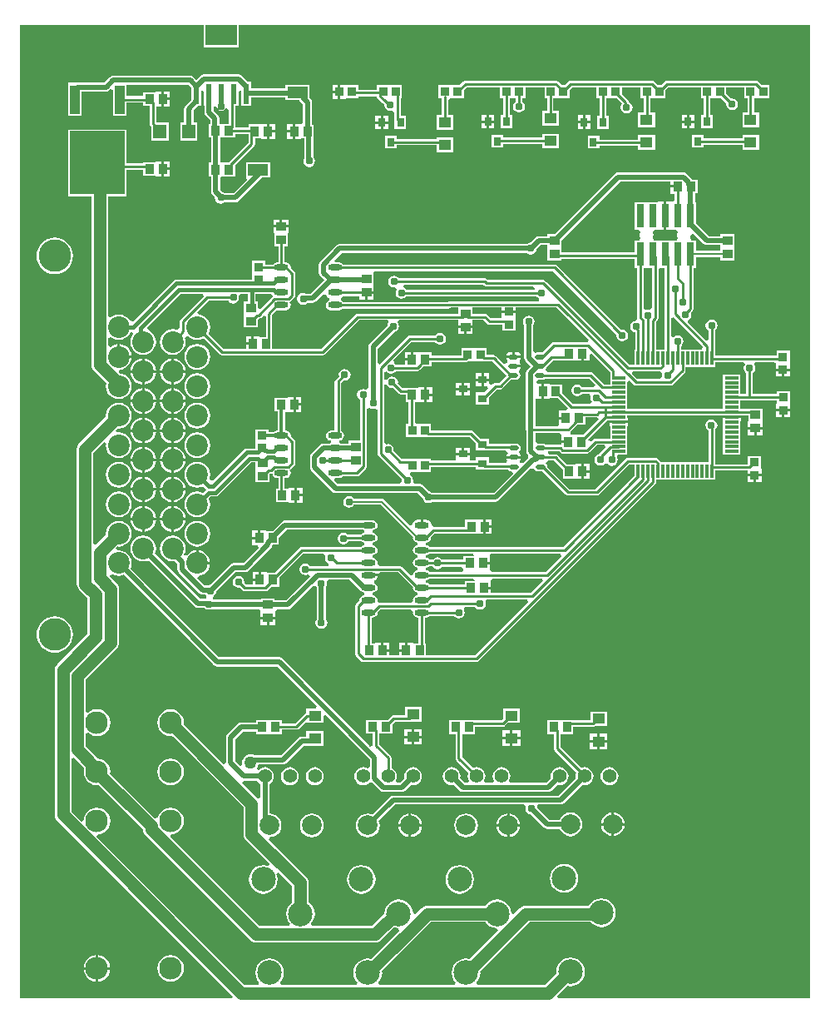
<source format=gtl>
%FSLAX23Y23*%
%MOIN*%
%SFA1B1*%

%IPPOS*%
%ADD13C,0.010000*%
%ADD18R,0.029920X0.094490*%
%ADD19R,0.053150X0.011810*%
%ADD20R,0.011810X0.053150*%
%ADD21O,0.057090X0.023620*%
%ADD22O,0.039370X0.019680*%
%ADD23R,0.023620X0.082680*%
%ADD24R,0.125980X0.082680*%
%ADD25R,0.080710X0.045280*%
%ADD26R,0.037400X0.033470*%
%ADD27R,0.033470X0.037400*%
%ADD28R,0.039370X0.118110*%
%ADD29R,0.218500X0.251970*%
%ADD30R,0.031500X0.035430*%
%ADD31R,0.051180X0.043310*%
%ADD32R,0.035430X0.031500*%
%ADD33R,0.053150X0.057090*%
%ADD34R,0.035430X0.039370*%
%ADD35R,0.039370X0.035430*%
%ADD62C,0.020000*%
%ADD63C,0.050000*%
%ADD64C,0.015000*%
%ADD65C,0.011810*%
%ADD66C,0.008000*%
%ADD67C,0.055120*%
%ADD68C,0.086610*%
%ADD69C,0.129920*%
%ADD70C,0.098430*%
%ADD71C,0.078740*%
%ADD72C,0.090550*%
%ADD73C,0.050000*%
%ADD74C,0.030750*%
%LNvcu-1*%
%LPD*%
G36*
X3184Y55D02*
X2172D01*
X2168Y64*
X2210Y106*
X2222Y104*
X2237Y106*
X2251Y112*
X2263Y121*
X2272Y133*
X2278Y147*
X2280Y161*
X2278Y176*
X2272Y190*
X2263Y202*
X2251Y211*
X2237Y217*
X2222Y219*
X2207Y217*
X2194Y211*
X2182Y202*
X2173Y190*
X2167Y176*
X2165Y161*
X2166Y155*
X2119Y109*
X1849*
X1846Y119*
X1854Y129*
X1859Y143*
X1861Y158*
X1860Y164*
X2058Y361*
X2303*
X2306Y357*
X2318Y348*
X2331Y342*
X2346Y340*
X2361Y342*
X2375Y348*
X2387Y357*
X2396Y369*
X2402Y383*
X2404Y398*
X2402Y413*
X2396Y426*
X2387Y438*
X2375Y448*
X2361Y453*
X2346Y455*
X2331Y453*
X2318Y448*
X2306Y438*
X2297Y427*
X2044*
X2035Y426*
X2027Y422*
X2020Y417*
X1994Y391*
X1985Y396*
X1983Y409*
X1978Y423*
X1968Y434*
X1956Y444*
X1943Y449*
X1928Y451*
X1913Y449*
X1899Y444*
X1887Y434*
X1881Y427*
X1650*
X1642Y426*
X1634Y422*
X1627Y417*
X1600Y391*
X1591Y396*
X1590Y409*
X1584Y423*
X1575Y434*
X1563Y444*
X1549Y449*
X1534Y451*
X1519Y449*
X1505Y444*
X1493Y434*
X1484Y423*
X1478Y409*
X1477Y395*
X1427Y345*
X1185*
X1182Y355*
X1190Y365*
X1196Y379*
X1198Y394*
X1196Y409*
X1190Y423*
X1181Y434*
X1172Y441*
Y518*
X1171Y527*
X1168Y535*
X1163Y541*
X1013Y691*
X1015Y697*
X1018Y701*
X1029Y702*
X1040Y707*
X1050Y714*
X1058Y724*
X1062Y736*
X1064Y748*
X1062Y760*
X1058Y772*
X1050Y782*
X1040Y789*
X1029Y794*
X1016Y796*
X1016Y796*
Y914*
X1023Y920*
X1029Y927*
X1032Y936*
X1034Y945*
X1032Y954*
X1029Y963*
X1023Y970*
X1016Y976*
X1007Y979*
X998Y981*
X989Y979*
X980Y976*
X973Y970*
X971Y969*
X969Y969*
X969Y969*
X966Y980*
X968Y983*
X972Y991*
X972Y991*
X1070*
X1076Y993*
X1082Y997*
X1152Y1067*
X1186*
X1188Y1067*
X1231*
Y1126*
X1164*
Y1103*
X1145*
X1138Y1102*
X1132Y1098*
X1062Y1028*
X957*
X956Y1028*
X948Y1032*
X940Y1033*
X931Y1032*
X923Y1028*
X916Y1023*
X911Y1016*
X907Y1008*
X906Y1000*
X907Y992*
X907Y991*
X898Y987*
X878Y1007*
Y1092*
X909Y1124*
X962*
Y1114*
X1013*
X1015*
X1066*
Y1131*
X1124*
X1129Y1132*
X1133Y1134*
X1159Y1160*
X1164Y1158*
X1231*
Y1187*
X1240Y1191*
X1419Y1013*
Y981*
X1409Y976*
X1401Y979*
X1391Y981*
X1382Y979*
X1374Y976*
X1366Y970*
X1361Y963*
X1357Y954*
X1356Y945*
X1357Y936*
X1361Y927*
X1366Y920*
X1374Y914*
X1382Y910*
X1391Y909*
X1401Y910*
X1409Y914*
X1415Y918*
X1418Y920*
X1428Y918*
X1460Y887*
X1466Y883*
X1473Y881*
X1546*
X1553Y883*
X1559Y887*
X1583Y910*
X1591Y909*
X1601Y910*
X1609Y914*
X1617Y920*
X1622Y927*
X1626Y936*
X1627Y945*
X1626Y954*
X1622Y963*
X1617Y970*
X1609Y976*
X1601Y979*
X1591Y981*
X1582Y979*
X1574Y976*
X1566Y970*
X1561Y963*
X1557Y954*
X1556Y945*
X1557Y936*
X1538Y918*
X1528*
X1522Y927*
X1526Y936*
X1527Y945*
X1526Y954*
X1522Y963*
X1517Y970*
X1509Y976*
X1505Y978*
Y1018*
X1504Y1023*
X1501Y1027*
X1455Y1073*
Y1106*
X1457Y1115*
X1465*
X1508*
Y1152*
X1519Y1163*
X1575*
X1576Y1163*
X1625*
Y1222*
X1558*
Y1189*
X1514*
X1509Y1188*
X1505Y1186*
X1489Y1170*
X1457*
X1447*
X1403*
Y1115*
X1429*
Y1069*
X1426Y1066*
X1419Y1064*
X1068Y1416*
X1062Y1419*
X1055Y1421*
X814*
X458Y1777*
X461Y1784*
X463Y1798*
X461Y1811*
X456Y1823*
X448Y1834*
X437Y1842*
X425Y1847*
X411Y1849*
X405Y1848*
X400Y1858*
X407Y1865*
X411Y1864*
X425Y1866*
X437Y1871*
X448Y1879*
X456Y1890*
X461Y1902*
X463Y1916*
X461Y1929*
X456Y1941*
X448Y1952*
X437Y1960*
X425Y1966*
X411Y1967*
X398Y1966*
X386Y1960*
X375Y1952*
X367Y1941*
X361Y1929*
X360Y1916*
X360Y1912*
X320Y1872*
X310Y1876*
Y2240*
X351Y2281*
X361Y2276*
X360Y2270*
X361Y2257*
X367Y2244*
X375Y2234*
X386Y2225*
X398Y2220*
X411Y2218*
X425Y2220*
X437Y2225*
X448Y2234*
X456Y2244*
X461Y2257*
X463Y2270*
X461Y2283*
X456Y2296*
X448Y2307*
X437Y2315*
X425Y2320*
X411Y2322*
X405Y2321*
X400Y2330*
X407Y2337*
X411Y2337*
X425Y2338*
X437Y2343*
X448Y2352*
X456Y2362*
X461Y2375*
X463Y2388*
X461Y2401*
X456Y2414*
X448Y2425*
X437Y2433*
X425Y2438*
X411Y2440*
X398Y2438*
X386Y2433*
X375Y2425*
X367Y2414*
X361Y2401*
X360Y2388*
X360Y2384*
X254Y2278*
X249Y2271*
X245Y2263*
X244Y2254*
Y1714*
X245Y1706*
X249Y1698*
X254Y1691*
X286Y1658*
Y1515*
X165Y1394*
X160Y1387*
X156Y1379*
X155Y1370*
Y791*
X156Y782*
X160Y774*
X165Y767*
X868Y64*
X864Y55*
X15*
Y3954*
X753*
Y3862*
X894*
Y3954*
X3184*
Y55*
G37*
G36*
X386Y1753D02*
X398Y1748D01*
X411Y1746*
X425Y1748*
X432Y1751*
X793Y1390*
X799Y1386*
X806Y1384*
X1047*
X1206Y1226*
X1202Y1217*
X1164*
Y1200*
X1162Y1199*
X1158Y1196*
X1118Y1157*
X1066*
Y1169*
X1015*
X1013*
X962*
Y1160*
X902*
X895Y1159*
X889Y1155*
X847Y1112*
X843Y1106*
X841Y1100*
Y1000*
X842Y998*
X832Y993*
X672Y1153*
X673Y1159*
X671Y1173*
X666Y1186*
X657Y1197*
X646Y1205*
X633Y1211*
X620Y1212*
X606Y1211*
X593Y1205*
X582Y1197*
X573Y1186*
X568Y1173*
X566Y1159*
X568Y1145*
X573Y1132*
X582Y1121*
X593Y1112*
X606Y1107*
X620Y1105*
X626Y1106*
X911Y821*
Y713*
X912Y705*
X915Y697*
X921Y690*
X1017Y593*
X1012Y585*
X1006Y587*
X991Y589*
X976Y587*
X962Y581*
X950Y572*
X941Y560*
X935Y546*
X933Y532*
X935Y517*
X941Y503*
X950Y491*
X962Y482*
X976Y476*
X991Y474*
X1006Y476*
X1019Y482*
X1031Y491*
X1041Y503*
X1046Y517*
X1048Y532*
X1046Y546*
X1044Y552*
X1052Y558*
X1106Y504*
Y440*
X1100Y434*
X1090Y423*
X1085Y409*
X1083Y394*
X1085Y379*
X1090Y365*
X1098Y355*
X1095Y345*
X976*
X619Y702*
X623Y712*
X633Y713*
X646Y719*
X657Y727*
X666Y738*
X671Y751*
X673Y765*
X671Y779*
X666Y792*
X657Y803*
X646Y812*
X633Y817*
X620Y819*
X606Y817*
X593Y812*
X582Y803*
X573Y792*
X568Y779*
X557Y776*
X377Y956*
X378Y962*
X376Y976*
X371Y989*
X362Y1000*
X351Y1008*
X338Y1014*
X329Y1015*
X279Y1065*
Y1115*
X289Y1119*
X298Y1112*
X310Y1107*
X324Y1105*
X338Y1107*
X351Y1112*
X362Y1121*
X371Y1132*
X376Y1145*
X378Y1159*
X376Y1173*
X371Y1186*
X362Y1197*
X351Y1205*
X338Y1211*
X324Y1212*
X310Y1211*
X298Y1205*
X289Y1199*
X279Y1203*
Y1332*
X403Y1456*
X408Y1463*
X412Y1471*
X413Y1480*
Y1694*
X412Y1703*
X408Y1711*
X403Y1717*
X375Y1746*
X375Y1748*
X385Y1753*
X386Y1753*
G37*
G36*
X914Y927D02*
X967D01*
X973Y920*
X980Y914*
Y858*
X970Y855*
X967Y858*
X907Y918*
X912Y927*
X914Y927*
G37*
G36*
X1887Y353D02*
X1899Y344D01*
X1913Y338*
X1925Y336*
X1931Y327*
X1817Y213*
X1804Y215*
X1789Y213*
X1775Y207*
X1763Y198*
X1754Y186*
X1748Y172*
X1746Y158*
X1748Y143*
X1754Y129*
X1762Y119*
X1759Y109*
X1455*
X1452Y119*
X1460Y129*
X1466Y143*
X1468Y158*
X1467Y164*
X1664Y361*
X1881*
X1887Y353*
G37*
G36*
X273Y977D02*
X273Y976D01*
X271Y962*
X273Y948*
X278Y935*
X286Y924*
X298Y916*
X310Y910*
X324Y908*
X330Y909*
X509Y731*
X509Y724*
X513Y716*
X518Y709*
X939Y288*
X946Y283*
X954Y280*
X962Y279*
X1440*
X1449Y280*
X1457Y283*
X1464Y288*
X1515Y340*
X1519Y338*
X1532Y336*
X1537Y327*
X1423Y213*
X1410Y215*
X1395Y213*
X1381Y207*
X1369Y198*
X1360Y186*
X1354Y172*
X1352Y158*
X1354Y143*
X1360Y129*
X1368Y119*
X1365Y109*
X1061*
X1058Y119*
X1066Y129*
X1072Y143*
X1074Y158*
X1072Y172*
X1066Y186*
X1057Y198*
X1045Y207*
X1031Y213*
X1016Y215*
X1001Y213*
X987Y207*
X976Y198*
X966Y186*
X961Y172*
X959Y158*
X961Y143*
X966Y129*
X974Y119*
X971Y109*
X917*
X324Y702*
X328Y712*
X338Y713*
X351Y719*
X362Y727*
X371Y738*
X376Y751*
X378Y765*
X376Y779*
X371Y792*
X362Y803*
X351Y812*
X338Y817*
X324Y819*
X310Y817*
X298Y812*
X286Y803*
X278Y792*
X273Y779*
X271Y769*
X261Y764*
X221Y804*
Y1015*
X231Y1019*
X273Y977*
G37*
%LNvcu-2*%
%LPC*%
G36*
X894Y3755D02*
D01*
X753*
X746Y3753*
X740Y3749*
X724Y3733*
X712Y3744*
X706Y3748*
X699Y3750*
X389*
X382Y3748*
X376Y3744*
X353Y3722*
X245*
X243Y3721*
X208*
Y3588*
X263*
Y3685*
X361*
X368Y3687*
X374Y3691*
X379Y3696*
X388Y3692*
Y3588*
X443*
Y3641*
X509*
Y3629*
X535*
Y3557*
X536Y3552*
X538Y3548*
X542Y3545*
Y3490*
X611*
Y3563*
X561*
Y3627*
X583*
Y3657*
Y3686*
X560*
Y3684*
X509*
Y3668*
X443*
Y3713*
X691*
X704Y3701*
Y3654*
X680Y3630*
X676Y3624*
X674Y3617*
Y3563*
X658*
Y3490*
X727*
Y3563*
X711*
Y3609*
X730Y3628*
X743*
Y3692*
X744Y3692*
X754Y3687*
Y3628*
X755*
Y3603*
X757Y3596*
X761Y3590*
X779Y3572*
Y3557*
X774*
Y3502*
X781*
Y3401*
X774*
Y3346*
X781*
Y3286*
X783Y3279*
X786Y3273*
X798Y3262*
X797Y3261*
X799Y3252*
X804Y3244*
X812Y3239*
X821Y3237*
X830Y3239*
X836Y3243*
X878*
X885Y3244*
X891Y3248*
X985Y3342*
X1018*
Y3403*
X922*
Y3342*
X925Y3334*
X871Y3279*
X836*
X830Y3283*
X827Y3283*
X818Y3293*
Y3344*
X827Y3346*
X878*
Y3391*
X954Y3466*
X957Y3470*
X958Y3475*
Y3500*
X983*
Y3497*
X1005*
Y3527*
Y3557*
X983*
Y3555*
X932*
Y3543*
X879*
Y3628*
X893*
Y3687*
X903Y3692*
X904Y3692*
Y3628*
X943*
Y3662*
X1079*
Y3651*
X1135*
X1137Y3648*
X1150Y3635*
Y3562*
X1142Y3555*
X1120*
Y3526*
Y3496*
X1142*
Y3498*
X1155*
Y3419*
X1154Y3417*
X1152Y3408*
X1154Y3398*
X1159Y3391*
X1166Y3386*
X1176Y3384*
X1185Y3386*
X1192Y3391*
X1197Y3398*
X1199Y3408*
X1197Y3417*
X1192Y3424*
X1192Y3425*
Y3498*
X1193*
Y3516*
X1194Y3518*
X1193Y3519*
Y3553*
X1186*
Y3643*
X1185Y3650*
X1181Y3656*
X1176Y3661*
Y3712*
X1079*
Y3699*
X943*
Y3727*
X930*
X907Y3749*
X901Y3753*
X894Y3755*
G37*
G36*
X2966Y3730D02*
X2609D01*
X2604Y3729*
X2600Y3726*
X2585Y3712*
X2574*
X2559Y3726*
X2555Y3729*
X2550Y3730*
X2223*
X2218Y3729*
X2214Y3726*
X2199Y3712*
X2188*
X2174Y3726*
X2169Y3729*
X2164Y3730*
X1801*
X1796Y3729*
X1791Y3726*
X1776Y3711*
X1746*
X1736*
X1694*
Y3658*
X1706*
Y3593*
X1685*
Y3534*
X1752*
Y3593*
X1732*
Y3651*
X1739Y3658*
X1744*
X1754*
X1795*
Y3693*
X1806Y3704*
X1940*
Y3659*
X1952*
Y3591*
X1942*
Y3540*
X1990*
Y3591*
X1978*
Y3659*
X1990*
X1992*
X2003*
Y3646*
X1999Y3643*
X1994Y3636*
X1993Y3626*
X1994Y3617*
X1999Y3610*
X2007Y3605*
X2016Y3603*
X2025Y3605*
X2033Y3610*
X2038Y3617*
X2040Y3626*
X2038Y3636*
X2033Y3643*
X2029Y3646*
Y3659*
X2041*
Y3704*
X2118*
Y3659*
X2128*
Y3608*
X2108*
Y3549*
X2175*
Y3608*
X2154*
Y3659*
X2167*
X2169*
X2177*
X2218*
Y3693*
X2228Y3704*
X2327*
Y3659*
X2339*
Y3589*
X2328*
Y3537*
X2375*
Y3589*
X2365*
Y3659*
X2376*
X2378*
X2409*
X2430Y3638*
X2425Y3631*
X2424Y3622*
X2425Y3612*
X2431Y3605*
X2438Y3600*
X2447Y3598*
X2456Y3600*
X2464Y3605*
X2469Y3612*
X2471Y3622*
X2469Y3631*
X2464Y3638*
X2456Y3643*
X2455Y3648*
X2453Y3652*
X2428Y3677*
Y3704*
X2503*
Y3659*
X2515*
Y3601*
X2494*
Y3542*
X2561*
Y3601*
X2541*
Y3659*
X2553*
X2555*
X2563*
X2604*
Y3693*
X2614Y3704*
X2746*
Y3659*
X2757*
Y3591*
X2746*
Y3540*
X2793*
Y3591*
X2783*
Y3659*
X2795*
X2797*
X2827*
X2847Y3640*
X2846Y3635*
X2848Y3626*
X2853Y3618*
X2861Y3613*
X2870Y3612*
X2879Y3613*
X2886Y3618*
X2892Y3626*
X2893Y3635*
X2892Y3644*
X2886Y3652*
X2879Y3657*
X2870Y3659*
X2865Y3658*
X2846Y3677*
Y3704*
X2920*
Y3659*
X2931*
Y3601*
X2911*
Y3542*
X2978*
Y3601*
X2958*
Y3659*
X2969*
X2971*
X2979*
X3020*
Y3712*
X2990*
X2976Y3726*
X2971Y3729*
X2966Y3730*
G37*
G36*
X1290Y3714D02*
X1268D01*
Y3690*
X1290*
Y3714*
G37*
G36*
X616Y3686D02*
X593D01*
Y3662*
X616*
Y3686*
G37*
G36*
X1290Y3680D02*
X1268D01*
Y3657*
X1290*
Y3680*
G37*
G36*
X616Y3652D02*
X593D01*
Y3627*
X616*
Y3652*
G37*
G36*
X2720Y3593D02*
X2699D01*
Y3570*
X2720*
Y3593*
G37*
G36*
X2689D02*
X2669D01*
Y3570*
X2689*
Y3593*
G37*
G36*
X1917D02*
X1896D01*
Y3570*
X1917*
Y3593*
G37*
G36*
X1886D02*
X1865D01*
Y3570*
X1886*
Y3593*
G37*
G36*
X2303Y3591D02*
X2282D01*
Y3568*
X2303*
Y3591*
G37*
G36*
X2272D02*
X2251D01*
Y3568*
X2272*
Y3591*
G37*
G36*
X1492Y3590D02*
X1471D01*
Y3567*
X1492*
Y3590*
G37*
G36*
X1461D02*
X1440D01*
Y3567*
X1461*
Y3590*
G37*
G36*
X2720Y3560D02*
X2699D01*
Y3538*
X2720*
Y3560*
G37*
G36*
X2689D02*
X2669D01*
Y3538*
X2689*
Y3560*
G37*
G36*
X1917D02*
X1896D01*
Y3538*
X1917*
Y3560*
G37*
G36*
X1886D02*
X1865D01*
Y3538*
X1886*
Y3560*
G37*
G36*
X1322Y3714D02*
X1300D01*
Y3685*
Y3657*
X1322*
Y3659*
X1371*
Y3667*
X1446*
Y3666*
X1446Y3665*
Y3659*
X1449*
X1450Y3657*
X1465Y3642*
X1470Y3639*
X1471Y3639*
X1477Y3632*
X1477Y3631*
X1479Y3622*
X1484Y3615*
X1491Y3609*
X1500Y3608*
X1507Y3609*
X1517Y3603*
Y3573*
X1517Y3572*
Y3537*
X1564*
Y3588*
X1543*
Y3659*
X1547*
Y3712*
X1498*
X1496*
X1446*
Y3694*
X1371*
Y3712*
X1322*
Y3714*
G37*
G36*
X2303Y3558D02*
X2282D01*
Y3535*
X2303*
Y3558*
G37*
G36*
X2272D02*
X2251D01*
Y3535*
X2272*
Y3558*
G37*
G36*
X1492Y3557D02*
X1471D01*
Y3535*
X1492*
Y3557*
G37*
G36*
X1461D02*
X1440D01*
Y3535*
X1461*
Y3557*
G37*
G36*
X1038Y3557D02*
X1015D01*
Y3532*
X1038*
Y3557*
G37*
G36*
X1110Y3555D02*
X1087D01*
Y3531*
X1110*
Y3555*
G37*
G36*
X2175Y3517D02*
X2108D01*
Y3501*
X1952*
Y3512*
X1905*
Y3461*
X1952*
Y3475*
X2108*
Y3458*
X2175*
Y3517*
G37*
G36*
X1038Y3522D02*
X1015D01*
Y3497*
X1038*
Y3522*
G37*
G36*
X1110Y3521D02*
X1087D01*
Y3496*
X1110*
Y3521*
G37*
G36*
X2561Y3511D02*
X2494D01*
Y3494*
X2338*
Y3510*
X2291*
Y3459*
X2338*
Y3468*
X2494*
Y3452*
X2561*
Y3511*
G37*
G36*
X2755Y3512D02*
X2708D01*
Y3461*
X2755*
Y3474*
X2911*
Y3452*
X2978*
Y3511*
X2911*
Y3500*
X2755*
Y3512*
G37*
G36*
X1527Y3509D02*
X1480D01*
Y3458*
X1527*
Y3471*
X1685*
Y3444*
X1752*
Y3503*
X1685*
Y3497*
X1527*
Y3509*
G37*
G36*
X616Y3406D02*
X593D01*
Y3381*
X616*
Y3406*
G37*
G36*
Y3371D02*
X593D01*
Y3346*
X616*
Y3371*
G37*
G36*
X443Y3534D02*
X208D01*
Y3267*
X302*
Y2592*
X303Y2584*
X306Y2576*
X312Y2569*
X361Y2519*
X360Y2506*
X361Y2493*
X367Y2480*
X375Y2470*
X386Y2462*
X398Y2456*
X411Y2455*
X425Y2456*
X437Y2462*
X448Y2470*
X456Y2480*
X461Y2493*
X463Y2506*
X461Y2520*
X456Y2532*
X448Y2543*
X437Y2551*
X425Y2556*
X418Y2557*
X413Y2564*
X417Y2573*
X425Y2574*
X437Y2580*
X448Y2588*
X456Y2598*
X461Y2611*
X462Y2619*
X411*
Y2624*
X406*
Y2675*
X398Y2674*
X385Y2669*
X378Y2664*
X368Y2668*
Y2699*
X378Y2703*
X386Y2698*
X398Y2693*
X411Y2691*
X425Y2693*
X437Y2698*
X448Y2706*
X456Y2717*
X459Y2724*
X464Y2725*
X469Y2715*
X465Y2709*
X460Y2697*
X458Y2683*
X460Y2670*
X465Y2658*
X473Y2647*
X484Y2639*
X496Y2634*
X510Y2632*
X523Y2634*
X536Y2639*
X546Y2647*
X554Y2658*
X560Y2670*
X561Y2683*
X560Y2697*
X554Y2709*
X546Y2720*
X536Y2728*
X528Y2731*
X525Y2743*
X659Y2877*
X749*
X753Y2867*
X661Y2775*
X658Y2771*
X657Y2766*
Y2738*
X647Y2731*
X641Y2733*
X628Y2735*
X614Y2733*
X602Y2728*
X591Y2720*
X583Y2709*
X578Y2697*
X576Y2683*
X578Y2670*
X583Y2658*
X591Y2647*
X602Y2639*
X614Y2634*
X628Y2632*
X641Y2634*
X654Y2639*
X664Y2647*
X673Y2658*
X678Y2670*
X679Y2683*
X678Y2697*
X676Y2700*
X679Y2704*
X687Y2705*
X691Y2705*
X700Y2698*
X713Y2693*
X726Y2691*
X740Y2693*
X752Y2698*
X752Y2698*
X816Y2634*
X821Y2631*
X826Y2630*
X1228*
X1233Y2631*
X1237Y2634*
X1375Y2771*
X1490*
X1492Y2769*
X1494Y2761*
X1490Y2756*
X1489Y2749*
X1418Y2678*
X1414Y2672*
X1412Y2665*
Y2498*
X1402Y2493*
X1400Y2494*
X1391Y2496*
X1382Y2494*
X1374Y2489*
X1369Y2482*
X1367Y2473*
X1369Y2463*
X1374Y2456*
X1380Y2452*
Y2288*
X1333*
Y2277*
X1301*
X1296Y2279*
Y2288*
X1303Y2290*
X1310Y2294*
X1314Y2301*
X1316Y2309*
X1314Y2316*
X1310Y2323*
X1304Y2327*
Y2519*
X1313Y2529*
X1317Y2528*
X1326Y2530*
X1334Y2535*
X1339Y2543*
X1341Y2552*
X1339Y2561*
X1334Y2568*
X1326Y2574*
X1317Y2575*
X1308Y2574*
X1301Y2568*
X1296Y2561*
X1294Y2552*
X1295Y2547*
X1281Y2534*
X1278Y2530*
X1277Y2525*
Y2329*
X1262*
X1254Y2327*
X1248Y2323*
X1244Y2316*
X1242Y2309*
X1244Y2301*
X1248Y2294*
X1254Y2290*
X1262Y2288*
Y2279*
X1254Y2277*
X1253Y2276*
X1231*
X1224Y2275*
X1218Y2271*
X1183Y2236*
X1179Y2230*
X1178Y2223*
Y2182*
X1179Y2175*
X1183Y2169*
X1269Y2084*
X1274Y2080*
X1281Y2079*
X1281*
X1610*
X1629Y2060*
X1631Y2053*
X1636Y2045*
X1644Y2040*
X1653Y2038*
X1662Y2040*
X1667Y2044*
X1922*
X1929Y2045*
X1935Y2049*
X2064Y2178*
X2070Y2177*
X2075Y2175*
X2078Y2171*
X2084Y2167*
X2091Y2166*
X2110*
X2204Y2072*
X2208Y2069*
X2213Y2068*
X2328*
X2333Y2069*
X2337Y2072*
X2458Y2192*
X2480*
Y2150*
X2193Y1863*
X1659*
X1658Y1864*
X1651Y1868*
X1644Y1870*
Y1879*
X1651Y1881*
X1658Y1885*
X1662Y1892*
X1664Y1900*
X1664Y1901*
X1679Y1917*
X1813*
X1814Y1917*
X1851*
Y1915*
X1873*
Y1944*
Y1974*
X1851*
Y1972*
X1800*
Y1943*
X1675*
X1673Y1943*
X1668Y1948*
X1666Y1951*
X1664Y1958*
X1660Y1965*
X1652Y1970*
X1644Y1972*
X1632*
Y1950*
X1622*
Y1972*
X1610*
X1602Y1970*
X1595Y1965*
X1590Y1958*
X1589Y1952*
X1581Y1949*
X1578Y1948*
X1475Y2052*
X1471Y2055*
X1466Y2056*
X1354*
X1351Y2060*
X1344Y2065*
X1335Y2067*
X1325Y2065*
X1318Y2060*
X1313Y2053*
X1311Y2044*
X1313Y2034*
X1318Y2027*
X1325Y2022*
X1335Y2020*
X1344Y2022*
X1351Y2027*
X1354Y2031*
X1461*
X1591Y1902*
X1590Y1900*
X1592Y1892*
X1596Y1885*
X1603Y1881*
X1610Y1879*
Y1870*
X1603Y1868*
X1596Y1864*
X1592Y1857*
X1590Y1850*
X1592Y1842*
X1596Y1835*
X1603Y1831*
X1610Y1829*
Y1820*
X1603Y1818*
X1596Y1814*
X1592Y1807*
X1590Y1800*
X1592Y1792*
X1596Y1785*
X1603Y1781*
X1610Y1779*
Y1770*
X1603Y1768*
X1596Y1764*
X1592Y1757*
X1591Y1752*
X1584Y1748*
X1581Y1748*
X1545Y1783*
X1541Y1786*
X1536Y1787*
X1456*
X1449Y1797*
X1449Y1800*
X1448Y1807*
X1443Y1814*
X1437Y1818*
X1429Y1820*
Y1829*
X1437Y1831*
X1443Y1835*
X1448Y1842*
X1449Y1850*
X1448Y1857*
X1443Y1864*
X1437Y1868*
X1429Y1870*
Y1879*
X1437Y1881*
X1443Y1885*
X1448Y1892*
X1449Y1900*
X1448Y1907*
X1443Y1914*
X1437Y1918*
X1429Y1920*
Y1929*
X1437Y1931*
X1443Y1935*
X1448Y1942*
X1449Y1950*
X1448Y1957*
X1443Y1964*
X1437Y1968*
X1429Y1970*
X1396*
X1388Y1968*
X1388Y1968*
X1077*
X1070Y1966*
X1065Y1962*
X1065*
X1028Y1926*
X1003*
Y1928*
X980*
Y1898*
X975*
Y1893*
X947*
Y1868*
X969*
X973Y1859*
X912Y1798*
X873*
X866Y1797*
X860Y1793*
X778Y1711*
X771Y1709*
X769Y1708*
X755*
X727Y1736*
X731Y1746*
X740Y1748*
X752Y1753*
X763Y1761*
X771Y1772*
X776Y1784*
X777Y1793*
X726*
Y1798*
X721*
Y1849*
X713Y1848*
X700Y1842*
X690Y1834*
X686Y1829*
X674Y1829*
X673Y1830*
X673Y1831*
X678Y1843*
X679Y1857*
X678Y1870*
X673Y1882*
X664Y1893*
X654Y1901*
X641Y1906*
X628Y1908*
X614Y1906*
X602Y1901*
X591Y1893*
X583Y1882*
X578Y1870*
X576Y1857*
X578Y1843*
X583Y1831*
X591Y1820*
X602Y1812*
X614Y1807*
X628Y1805*
X635Y1806*
X647Y1794*
Y1772*
X648Y1765*
X652Y1759*
X735Y1677*
X741Y1673*
X748Y1671*
X760*
X764Y1667*
X763Y1659*
X761Y1656*
X760Y1655*
X738*
X556Y1836*
X560Y1843*
X561Y1857*
X560Y1870*
X554Y1882*
X546Y1893*
X536Y1901*
X523Y1906*
X510Y1908*
X496Y1906*
X484Y1901*
X473Y1893*
X465Y1882*
X460Y1870*
X458Y1857*
X460Y1843*
X465Y1831*
X473Y1820*
X484Y1812*
X496Y1807*
X510Y1805*
X523Y1807*
X531Y1810*
X717Y1624*
X723Y1620*
X730Y1618*
X754*
X754Y1618*
X762Y1612*
X771Y1611*
X780Y1612*
X783Y1614*
X977*
X980Y1606*
Y1583*
X1010*
X1039*
Y1606*
X1046Y1613*
X1090*
X1097Y1614*
X1103Y1618*
X1192Y1707*
X1203Y1705*
X1205Y1702*
Y1572*
X1202Y1568*
X1200Y1559*
X1202Y1549*
X1207Y1542*
X1215Y1537*
X1224Y1535*
X1233Y1537*
X1241Y1542*
X1246Y1549*
X1248Y1559*
X1246Y1568*
X1242Y1574*
Y1703*
X1245Y1708*
X1247Y1717*
X1246Y1722*
X1252Y1732*
X1337*
X1377Y1692*
X1377Y1692*
X1382Y1685*
X1388Y1681*
X1396Y1679*
Y1670*
X1388Y1668*
X1382Y1664*
X1377Y1657*
X1376Y1650*
X1376Y1648*
X1362Y1634*
X1359Y1630*
X1358Y1625*
Y1437*
X1359Y1432*
X1362Y1427*
X1383Y1406*
X1387Y1404*
X1392Y1403*
X1845*
X1850Y1404*
X1854Y1406*
X2563Y2115*
X2565Y2119*
X2566Y2124*
Y2132*
X2803*
Y2168*
X2931*
Y2155*
X2960*
X2988*
Y2176*
X2986*
Y2225*
X2933*
Y2195*
X2933Y2194*
X2803*
Y2201*
X2802*
Y2332*
X2804Y2333*
X2809Y2341*
X2811Y2350*
X2809Y2359*
X2804Y2367*
X2796Y2372*
X2787Y2374*
X2778Y2372*
X2770Y2367*
X2765Y2359*
X2763Y2350*
X2765Y2341*
X2770Y2333*
X2775Y2330*
Y2201*
X2585*
X2584Y2203*
X2581Y2207*
X2574Y2215*
X2570Y2218*
X2564Y2219*
X2452*
X2447Y2218*
X2443Y2215*
X2323Y2094*
X2219*
X2129Y2184*
X2128Y2191*
X2124Y2196*
X2124Y2196*
X2124Y2198*
X2133Y2208*
X2157*
X2191Y2174*
Y2137*
X2242*
Y2135*
X2265*
Y2165*
Y2195*
X2242*
Y2192*
X2210*
X2172Y2230*
X2168Y2233*
X2163Y2234*
X2135*
X2131Y2244*
X2132Y2245*
X2177*
X2181Y2241*
X2185Y2238*
X2190Y2237*
X2289*
X2294Y2238*
X2299Y2241*
X2329Y2271*
X2359*
X2363Y2262*
X2337Y2235*
X2336Y2235*
X2333Y2234*
X2325Y2229*
X2320Y2221*
X2318Y2212*
X2320Y2203*
X2325Y2195*
X2333Y2190*
X2342Y2188*
X2351Y2190*
X2359Y2195*
X2359Y2195*
X2371*
X2372Y2194*
X2379Y2189*
X2388Y2187*
X2397Y2189*
X2405Y2194*
X2410Y2202*
X2412Y2211*
X2410Y2220*
X2410Y2221*
X2414Y2231*
X2450*
Y2270*
Y2310*
Y2347*
X2452*
Y2358*
X2415*
X2379*
Y2347*
X2381*
Y2297*
X2323*
X2318Y2296*
X2314Y2294*
X2305Y2285*
X2294Y2288*
X2294Y2294*
X2369Y2369*
X2379Y2368*
Y2368*
X2415*
X2452*
Y2379*
X2450*
Y2389*
X2832*
Y2388*
X2868*
X2905*
Y2389*
X2937*
Y2366*
X2934*
Y2343*
X2964*
X2994*
Y2366*
X2992*
Y2417*
X2937*
Y2415*
X2903*
Y2448*
X3048*
Y2436*
X3046*
Y2415*
X3075*
X3103*
Y2436*
X3101*
Y2485*
X3048*
Y2475*
X2954*
Y2560*
X2957Y2562*
X2962Y2570*
X2964Y2579*
X2962Y2588*
X2960Y2593*
X2964Y2603*
X3037*
X3046Y2599*
Y2577*
X3074*
X3103*
Y2599*
X3101*
Y2648*
X3048*
Y2629*
X2803*
Y2653*
X2802*
Y2731*
X2805Y2733*
X2810Y2740*
X2812Y2750*
X2810Y2759*
X2805Y2766*
X2797Y2771*
X2788Y2773*
X2779Y2771*
X2771Y2766*
X2766Y2759*
X2764Y2750*
X2766Y2740*
X2771Y2733*
X2776Y2730*
Y2692*
X2766Y2688*
X2693Y2761*
X2696Y2772*
X2700Y2775*
X2705Y2783*
X2707Y2792*
X2705Y2801*
X2711Y2807*
X2714Y2811*
X2715Y2816*
Y2980*
X2725*
Y3024*
X2824*
Y3010*
X2879*
Y3062*
Y3063*
Y3115*
X2824*
Y3107*
X2777*
X2725Y3159*
Y3244*
X2722*
Y3279*
X2731*
Y3334*
X2712*
X2710Y3337*
X2690Y3357*
X2684Y3361*
X2677Y3362*
X2414*
X2407Y3361*
X2402Y3357*
X2402*
X2159Y3115*
X2130*
Y3107*
X2096*
X2089Y3106*
X2083Y3102*
X2062Y3081*
X2054Y3079*
X2049Y3076*
X1297*
X1290Y3074*
X1284Y3070*
X1219Y3006*
X1216Y3000*
X1214Y2993*
Y2993*
Y2960*
X1216Y2953*
X1219Y2947*
X1236Y2931*
X1182Y2876*
X1163*
X1160Y2878*
X1151Y2880*
X1142Y2878*
X1134Y2873*
X1129Y2865*
X1127Y2856*
X1129Y2847*
X1134Y2839*
X1142Y2834*
X1151Y2832*
X1160Y2834*
X1168Y2839*
X1168Y2840*
X1189*
X1196Y2841*
X1202Y2845*
X1231Y2874*
X1239Y2872*
X1242Y2871*
X1246Y2865*
X1254Y2860*
X1256Y2860*
Y2849*
X1254Y2849*
X1248Y2845*
X1244Y2838*
X1242Y2831*
X1244Y2823*
X1248Y2816*
X1254Y2812*
X1262Y2810*
X1296*
X1303Y2812*
X1310Y2816*
X1310Y2817*
X1734*
X1739Y2818*
X1743Y2821*
X1773*
Y2797*
X1369*
X1364Y2796*
X1360Y2794*
X1223Y2656*
X1027*
Y2687*
X1027Y2688*
Y2792*
X1046Y2811*
X1047Y2810*
X1081*
X1089Y2812*
X1095Y2816*
X1100Y2823*
X1101Y2831*
X1100Y2838*
X1096Y2843*
X1100Y2846*
X1115Y2861*
X1118Y2865*
X1119Y2870*
Y2956*
X1118Y2961*
X1115Y2965*
X1101Y2979*
X1101Y2981*
X1100Y2988*
X1095Y2995*
X1089Y2999*
X1081Y3001*
X1077*
Y3067*
X1090*
Y3118*
X1092*
Y3141*
X1062*
X1033*
Y3118*
X1035*
Y3067*
X1051*
Y3001*
X1047*
X1040Y2999*
X1033Y2995*
X1033Y2994*
X998*
Y3008*
X945*
Y2959*
Y2957*
Y2934*
X643*
X637Y2932*
X631Y2929*
X468Y2766*
X456Y2768*
X456Y2768*
X448Y2779*
X437Y2787*
X425Y2792*
X411Y2794*
X398Y2792*
X386Y2787*
X378Y2782*
X368Y2786*
Y3267*
X443*
Y3372*
X509*
Y3348*
X560*
Y3346*
X583*
Y3376*
Y3406*
X560*
Y3404*
X509*
Y3399*
X443*
Y3534*
G37*
G36*
X1092Y3174D02*
X1067D01*
Y3151*
X1092*
Y3174*
G37*
G36*
X1057D02*
X1033D01*
Y3151*
X1057*
Y3174*
G37*
G36*
X155Y3101D02*
X141Y3100D01*
X127Y3096*
X115Y3089*
X104Y3080*
X95Y3069*
X88Y3056*
X84Y3042*
X82Y3028*
X84Y3014*
X88Y3000*
X95Y2987*
X104Y2976*
X115Y2967*
X127Y2960*
X141Y2956*
X155Y2955*
X170Y2956*
X183Y2960*
X196Y2967*
X207Y2976*
X216Y2987*
X223Y3000*
X227Y3014*
X229Y3028*
X227Y3042*
X223Y3056*
X216Y3069*
X207Y3080*
X196Y3089*
X183Y3096*
X170Y3100*
X155Y3101*
G37*
G36*
X416Y2675D02*
Y2629D01*
X462*
X461Y2638*
X456Y2650*
X448Y2661*
X437Y2669*
X425Y2674*
X416Y2675*
G37*
G36*
X726Y2676D02*
X713Y2674D01*
X700Y2669*
X690Y2661*
X682Y2650*
X676Y2638*
X675Y2624*
X676Y2611*
X682Y2599*
X690Y2588*
X700Y2580*
X713Y2574*
X726Y2573*
X740Y2574*
X752Y2580*
X763Y2588*
X771Y2599*
X776Y2611*
X778Y2624*
X776Y2638*
X771Y2650*
X763Y2661*
X752Y2669*
X740Y2674*
X726Y2676*
G37*
G36*
X633Y2616D02*
Y2570D01*
X679*
X678Y2579*
X673Y2591*
X664Y2602*
X654Y2610*
X641Y2615*
X633Y2616*
G37*
G36*
X515D02*
Y2570D01*
X561*
X560Y2579*
X555Y2591*
X546Y2602*
X536Y2610*
X523Y2615*
X515Y2616*
G37*
G36*
X623D02*
X614Y2615D01*
X602Y2610*
X591Y2602*
X583Y2591*
X578Y2579*
X577Y2570*
X623*
Y2616*
G37*
G36*
X505D02*
X496Y2615D01*
X484Y2610*
X473Y2602*
X465Y2591*
X460Y2579*
X459Y2570*
X505*
Y2616*
G37*
G36*
X3103Y2567D02*
X3079D01*
Y2546*
X3103*
Y2567*
G37*
G36*
X3069D02*
X3046D01*
Y2546*
X3069*
Y2567*
G37*
G36*
X623Y2560D02*
X577D01*
X578Y2552*
X583Y2539*
X591Y2529*
X602Y2520*
X614Y2515*
X623Y2514*
Y2560*
G37*
G36*
X505D02*
X459D01*
X460Y2552*
X465Y2539*
X473Y2529*
X484Y2520*
X496Y2515*
X505Y2514*
Y2560*
G37*
G36*
X679D02*
X633D01*
Y2514*
X641Y2515*
X654Y2520*
X664Y2529*
X673Y2539*
X678Y2552*
X679Y2560*
G37*
G36*
X561D02*
X515D01*
Y2514*
X523Y2515*
X536Y2520*
X546Y2529*
X555Y2539*
X560Y2552*
X561Y2560*
G37*
G36*
X726Y2558D02*
X713Y2556D01*
X700Y2551*
X690Y2543*
X682Y2532*
X676Y2520*
X675Y2506*
X676Y2493*
X682Y2480*
X690Y2470*
X700Y2462*
X713Y2456*
X726Y2455*
X740Y2456*
X752Y2462*
X763Y2470*
X771Y2480*
X776Y2493*
X778Y2506*
X776Y2520*
X771Y2532*
X763Y2543*
X752Y2551*
X740Y2556*
X726Y2558*
G37*
G36*
X633Y2498D02*
Y2452D01*
X679*
X678Y2461*
X673Y2473*
X664Y2484*
X654Y2492*
X641Y2497*
X633Y2498*
G37*
G36*
X515D02*
Y2452D01*
X561*
X560Y2461*
X555Y2473*
X546Y2484*
X536Y2492*
X523Y2497*
X515Y2498*
G37*
G36*
X623D02*
X614Y2497D01*
X602Y2492*
X591Y2484*
X583Y2473*
X578Y2461*
X577Y2452*
X623*
Y2498*
G37*
G36*
X505D02*
X496Y2497D01*
X484Y2492*
X473Y2484*
X465Y2473*
X460Y2461*
X459Y2452*
X505*
Y2498*
G37*
G36*
X1143Y2462D02*
X1121D01*
Y2438*
X1143*
Y2462*
G37*
G36*
Y2428D02*
X1121D01*
Y2403*
X1143*
Y2428*
G37*
G36*
X679Y2442D02*
X633D01*
Y2396*
X641Y2397*
X654Y2402*
X664Y2411*
X673Y2421*
X678Y2434*
X679Y2442*
G37*
G36*
X561D02*
X515D01*
Y2396*
X523Y2397*
X536Y2402*
X546Y2411*
X555Y2421*
X560Y2434*
X561Y2442*
G37*
G36*
X623D02*
X577D01*
X578Y2434*
X583Y2421*
X591Y2411*
X602Y2402*
X614Y2397*
X623Y2396*
Y2442*
G37*
G36*
X505D02*
X459D01*
X460Y2434*
X465Y2421*
X473Y2411*
X484Y2402*
X496Y2397*
X505Y2396*
Y2442*
G37*
G36*
X3103Y2405D02*
X3080D01*
Y2383*
X3103*
Y2405*
G37*
G36*
X3070D02*
X3046D01*
Y2383*
X3070*
Y2405*
G37*
G36*
X726Y2440D02*
X713Y2438D01*
X700Y2433*
X690Y2425*
X682Y2414*
X676Y2401*
X675Y2388*
X676Y2375*
X682Y2362*
X690Y2352*
X700Y2343*
X713Y2338*
X726Y2337*
X740Y2338*
X752Y2343*
X763Y2352*
X771Y2362*
X776Y2375*
X778Y2388*
X776Y2401*
X771Y2414*
X763Y2425*
X752Y2433*
X740Y2438*
X726Y2440*
G37*
G36*
X633Y2380D02*
Y2334D01*
X679*
X678Y2342*
X673Y2355*
X664Y2366*
X654Y2374*
X641Y2379*
X633Y2380*
G37*
G36*
X515D02*
Y2334D01*
X561*
X560Y2342*
X555Y2355*
X546Y2366*
X536Y2374*
X523Y2379*
X515Y2380*
G37*
G36*
X623D02*
X614Y2379D01*
X602Y2374*
X591Y2366*
X583Y2355*
X578Y2342*
X577Y2334*
X623*
Y2380*
G37*
G36*
X505D02*
X496Y2379D01*
X484Y2374*
X473Y2366*
X465Y2355*
X460Y2342*
X459Y2334*
X505*
Y2380*
G37*
G36*
X1111Y2462D02*
X1088D01*
Y2460*
X1037*
Y2405*
X1050*
Y2329*
X1047*
X1040Y2327*
X1034Y2323*
X1013*
Y2334*
X960*
Y2284*
Y2283*
Y2257*
X925*
X919Y2256*
X914Y2252*
X791Y2129*
X779Y2130*
X775Y2136*
X776Y2139*
X778Y2152*
X776Y2165*
X771Y2178*
X763Y2188*
X752Y2197*
X740Y2202*
X726Y2204*
X713Y2202*
X700Y2197*
X690Y2188*
X682Y2178*
X676Y2165*
X675Y2152*
X676Y2139*
X682Y2126*
X690Y2115*
X700Y2107*
X713Y2102*
X726Y2100*
X740Y2102*
X750Y2106*
X756Y2100*
X761Y2093*
X756Y2086*
X750Y2079*
X740Y2084*
X726Y2085*
X713Y2084*
X700Y2079*
X690Y2070*
X682Y2060*
X676Y2047*
X675Y2034*
X676Y2020*
X682Y2008*
X690Y1997*
X700Y1989*
X713Y1984*
X726Y1982*
X740Y1984*
X752Y1989*
X763Y1997*
X771Y2008*
X776Y2020*
X778Y2034*
X776Y2047*
X772Y2057*
X779Y2065*
X799*
X805Y2066*
X810Y2069*
X941Y2201*
X960*
Y2174*
Y2173*
Y2164*
Y2121*
X1015*
Y2154*
X1017Y2156*
X1024*
X1028Y2157*
X1029Y2151*
X1033Y2144*
X1040Y2140*
X1047Y2138*
X1051*
Y2097*
X1041*
Y2042*
X1092*
Y2040*
X1115*
Y2070*
Y2099*
X1092*
Y2097*
X1077*
Y2138*
X1081*
X1089Y2140*
X1095Y2144*
X1099Y2151*
X1101Y2159*
X1099Y2166*
X1096Y2171*
X1100Y2174*
X1115Y2189*
X1118Y2193*
X1119Y2198*
Y2284*
X1118Y2289*
X1115Y2293*
X1101Y2307*
X1101Y2309*
X1099Y2316*
X1095Y2323*
X1089Y2327*
X1081Y2329*
X1078*
Y2402*
X1088Y2403*
X1111*
Y2433*
Y2462*
G37*
G36*
X2994Y2333D02*
X2969D01*
Y2310*
X2994*
Y2333*
G37*
G36*
X2959D02*
X2934D01*
Y2310*
X2959*
Y2333*
G37*
G36*
X679Y2324D02*
X633D01*
Y2278*
X641Y2279*
X654Y2284*
X664Y2292*
X673Y2303*
X678Y2316*
X679Y2324*
G37*
G36*
X561D02*
X515D01*
Y2278*
X523Y2279*
X536Y2284*
X546Y2292*
X555Y2303*
X560Y2316*
X561Y2324*
G37*
G36*
X623D02*
X577D01*
X578Y2316*
X583Y2303*
X591Y2292*
X602Y2284*
X614Y2279*
X623Y2278*
Y2324*
G37*
G36*
X505D02*
X459D01*
X460Y2316*
X465Y2303*
X473Y2292*
X484Y2284*
X496Y2279*
X505Y2278*
Y2324*
G37*
G36*
X2905Y2378D02*
X2868D01*
X2832*
Y2367*
X2834*
Y2349*
Y2310*
Y2270*
Y2231*
X2903*
Y2251*
Y2290*
Y2330*
Y2367*
X2905*
Y2378*
G37*
G36*
X726Y2322D02*
X713Y2320D01*
X700Y2315*
X690Y2307*
X682Y2296*
X676Y2283*
X675Y2270*
X676Y2257*
X682Y2244*
X690Y2234*
X700Y2225*
X713Y2220*
X726Y2218*
X740Y2220*
X752Y2225*
X763Y2234*
X771Y2244*
X776Y2257*
X778Y2270*
X776Y2283*
X771Y2296*
X763Y2307*
X752Y2315*
X740Y2320*
X726Y2322*
G37*
G36*
X633Y2262D02*
Y2216D01*
X679*
X678Y2224*
X673Y2237*
X664Y2248*
X654Y2256*
X641Y2261*
X633Y2262*
G37*
G36*
X515D02*
Y2216D01*
X561*
X560Y2224*
X555Y2237*
X546Y2248*
X536Y2256*
X523Y2261*
X515Y2262*
G37*
G36*
X623D02*
X614Y2261D01*
X602Y2256*
X591Y2248*
X583Y2237*
X578Y2224*
X577Y2216*
X623*
Y2262*
G37*
G36*
X505D02*
X496Y2261D01*
X484Y2256*
X473Y2248*
X465Y2237*
X460Y2224*
X459Y2216*
X505*
Y2262*
G37*
G36*
X2298Y2195D02*
X2275D01*
Y2170*
X2298*
Y2195*
G37*
G36*
X679Y2206D02*
X633D01*
Y2160*
X641Y2161*
X654Y2166*
X664Y2174*
X673Y2185*
X678Y2198*
X679Y2206*
G37*
G36*
X561D02*
X515D01*
Y2160*
X523Y2161*
X536Y2166*
X546Y2174*
X555Y2185*
X560Y2198*
X561Y2206*
G37*
G36*
X623D02*
X577D01*
X578Y2198*
X583Y2185*
X591Y2174*
X602Y2166*
X614Y2161*
X623Y2160*
Y2206*
G37*
G36*
X505D02*
X459D01*
X460Y2198*
X465Y2185*
X473Y2174*
X484Y2166*
X496Y2161*
X505Y2160*
Y2206*
G37*
G36*
X2298Y2160D02*
X2275D01*
Y2135*
X2298*
Y2160*
G37*
G36*
X2988Y2145D02*
X2965D01*
Y2123*
X2988*
Y2145*
G37*
G36*
X2955D02*
X2931D01*
Y2123*
X2955*
Y2145*
G37*
G36*
X411Y2204D02*
X398Y2202D01*
X386Y2197*
X375Y2188*
X367Y2178*
X361Y2165*
X360Y2152*
X361Y2139*
X367Y2126*
X375Y2115*
X386Y2107*
X398Y2102*
X411Y2100*
X425Y2102*
X437Y2107*
X448Y2115*
X456Y2126*
X461Y2139*
X463Y2152*
X461Y2165*
X456Y2178*
X448Y2188*
X437Y2197*
X425Y2202*
X411Y2204*
G37*
G36*
X633Y2144D02*
Y2098D01*
X679*
X678Y2106*
X673Y2119*
X664Y2129*
X654Y2138*
X641Y2143*
X633Y2144*
G37*
G36*
X515D02*
Y2098D01*
X561*
X560Y2106*
X555Y2119*
X546Y2129*
X536Y2138*
X523Y2143*
X515Y2144*
G37*
G36*
X623D02*
X614Y2143D01*
X602Y2138*
X591Y2129*
X583Y2119*
X578Y2106*
X577Y2098*
X623*
Y2144*
G37*
G36*
X505D02*
X496Y2143D01*
X484Y2138*
X473Y2129*
X465Y2119*
X460Y2106*
X459Y2098*
X505*
Y2144*
G37*
G36*
X1148Y2099D02*
X1125D01*
Y2075*
X1148*
Y2099*
G37*
G36*
X679Y2088D02*
X633D01*
Y2042*
X641Y2043*
X654Y2048*
X664Y2056*
X673Y2067*
X678Y2079*
X679Y2088*
G37*
G36*
X561D02*
X515D01*
Y2042*
X523Y2043*
X536Y2048*
X546Y2056*
X555Y2067*
X560Y2079*
X561Y2088*
G37*
G36*
X623D02*
X577D01*
X578Y2079*
X583Y2067*
X591Y2056*
X602Y2048*
X614Y2043*
X623Y2042*
Y2088*
G37*
G36*
X505D02*
X459D01*
X460Y2079*
X465Y2067*
X473Y2056*
X484Y2048*
X496Y2043*
X505Y2042*
Y2088*
G37*
G36*
X1148Y2065D02*
X1125D01*
Y2040*
X1148*
Y2065*
G37*
G36*
X411Y2085D02*
X398Y2084D01*
X386Y2079*
X375Y2070*
X367Y2060*
X361Y2047*
X360Y2034*
X361Y2020*
X367Y2008*
X375Y1997*
X386Y1989*
X398Y1984*
X411Y1982*
X425Y1984*
X437Y1989*
X448Y1997*
X456Y2008*
X461Y2020*
X463Y2034*
X461Y2047*
X456Y2060*
X448Y2070*
X437Y2079*
X425Y2084*
X411Y2085*
G37*
G36*
X633Y2026D02*
Y1980D01*
X679*
X678Y1988*
X673Y2001*
X664Y2011*
X654Y2020*
X641Y2025*
X633Y2026*
G37*
G36*
X515D02*
Y1980D01*
X561*
X560Y1988*
X555Y2001*
X546Y2011*
X536Y2020*
X523Y2025*
X515Y2026*
G37*
G36*
X623D02*
X614Y2025D01*
X602Y2020*
X591Y2011*
X583Y2001*
X578Y1988*
X577Y1980*
X623*
Y2026*
G37*
G36*
X505D02*
X496Y2025D01*
X484Y2020*
X473Y2011*
X465Y2001*
X460Y1988*
X459Y1980*
X505*
Y2026*
G37*
G36*
X1906Y1974D02*
X1883D01*
Y1949*
X1906*
Y1974*
G37*
G36*
X623Y1970D02*
X577D01*
X578Y1961*
X583Y1949*
X591Y1938*
X602Y1930*
X614Y1925*
X623Y1924*
Y1970*
G37*
G36*
X505D02*
X459D01*
X460Y1961*
X465Y1949*
X473Y1938*
X484Y1930*
X496Y1925*
X505Y1924*
Y1970*
G37*
G36*
X679D02*
X633D01*
Y1924*
X641Y1925*
X654Y1930*
X664Y1938*
X673Y1949*
X678Y1961*
X679Y1970*
G37*
G36*
X561D02*
X515D01*
Y1924*
X523Y1925*
X536Y1930*
X546Y1938*
X555Y1949*
X560Y1961*
X561Y1970*
G37*
G36*
X1906Y1939D02*
X1883D01*
Y1915*
X1906*
Y1939*
G37*
G36*
X970Y1928D02*
X947D01*
Y1903*
X970*
Y1928*
G37*
G36*
X726Y1967D02*
X713Y1966D01*
X700Y1960*
X690Y1952*
X682Y1941*
X676Y1929*
X675Y1916*
X676Y1902*
X682Y1890*
X690Y1879*
X700Y1871*
X713Y1866*
X726Y1864*
X740Y1866*
X752Y1871*
X763Y1879*
X771Y1890*
X776Y1902*
X778Y1916*
X776Y1929*
X771Y1941*
X763Y1952*
X752Y1960*
X740Y1966*
X726Y1967*
G37*
G36*
X731Y1849D02*
Y1803D01*
X777*
X776Y1811*
X771Y1823*
X763Y1834*
X752Y1842*
X740Y1848*
X731Y1849*
G37*
G36*
X1039Y1573D02*
X1015D01*
Y1550*
X1039*
Y1573*
G37*
G36*
X1005D02*
X980D01*
Y1550*
X1005*
Y1573*
G37*
G36*
X155Y1585D02*
X141Y1584D01*
X127Y1580*
X115Y1573*
X104Y1564*
X95Y1553*
X88Y1540*
X84Y1526*
X82Y1512*
X84Y1498*
X88Y1484*
X95Y1471*
X104Y1460*
X115Y1451*
X127Y1445*
X141Y1440*
X155Y1439*
X170Y1440*
X183Y1445*
X196Y1451*
X207Y1460*
X216Y1471*
X223Y1484*
X227Y1498*
X229Y1512*
X227Y1526*
X223Y1540*
X216Y1553*
X207Y1564*
X196Y1573*
X183Y1580*
X170Y1584*
X155Y1585*
G37*
G36*
X2019Y1217D02*
X1952D01*
Y1176*
X1945Y1170*
X1828*
X1826Y1169*
X1797*
X1789*
X1779*
X1736*
Y1114*
X1761*
Y1016*
X1762Y1011*
X1765Y1007*
X1813Y959*
X1811Y954*
X1810Y945*
X1811Y936*
X1815Y927*
X1809Y918*
X1799*
X1780Y936*
X1782Y945*
X1780Y954*
X1777Y963*
X1771Y970*
X1764Y976*
X1755Y979*
X1746Y981*
X1737Y979*
X1728Y976*
X1721Y970*
X1715Y963*
X1711Y954*
X1710Y945*
X1711Y936*
X1715Y927*
X1721Y920*
X1728Y914*
X1737Y910*
X1746Y909*
X1755Y910*
X1778Y887*
X1784Y883*
X1791Y881*
X2133*
X2140Y883*
X2146Y887*
X2170Y910*
X2179Y909*
X2188Y910*
X2197Y914*
X2204Y920*
X2210Y927*
X2213Y936*
X2215Y945*
X2213Y954*
X2210Y963*
X2204Y970*
X2197Y976*
X2188Y979*
X2179Y981*
X2170Y979*
X2161Y976*
X2154Y970*
X2148Y963*
X2144Y954*
X2143Y945*
X2144Y936*
X2126Y918*
X1982*
X1977Y927*
X1980Y936*
X1982Y945*
X1980Y954*
X1977Y963*
X1971Y970*
X1964Y976*
X1955Y979*
X1946Y981*
X1937Y979*
X1928Y976*
X1921Y970*
X1915Y963*
X1911Y954*
X1910Y945*
X1911Y936*
X1915Y927*
X1909Y918*
X1882*
X1877Y927*
X1880Y936*
X1882Y945*
X1880Y954*
X1877Y963*
X1871Y970*
X1864Y976*
X1855Y979*
X1846Y981*
X1837Y979*
X1832Y977*
X1788Y1022*
Y1105*
X1789Y1114*
X1798*
X1840*
Y1143*
X1951*
X1956Y1144*
X1960Y1147*
X1970Y1158*
X2019*
Y1217*
G37*
G36*
X2368Y1204D02*
X2301D01*
Y1170*
X2221*
X2220Y1169*
X2191*
X2183*
X2173*
X2130*
Y1114*
X2155*
Y1056*
X2156Y1051*
X2159Y1046*
X2246Y959*
X2244Y954*
X2243Y945*
X2244Y936*
X2175Y867*
X1511*
X1504Y866*
X1498Y862*
X1428Y792*
X1422Y794*
X1410Y796*
X1398Y794*
X1386Y789*
X1376Y782*
X1369Y772*
X1364Y760*
X1362Y748*
X1364Y736*
X1369Y724*
X1376Y714*
X1386Y707*
X1398Y702*
X1410Y700*
X1422Y702*
X1434Y707*
X1444Y714*
X1451Y724*
X1456Y736*
X1458Y748*
X1456Y760*
X1454Y766*
X1518Y831*
X2036*
X2042Y821*
X2041Y815*
X2043Y806*
X2048Y798*
X2056Y793*
X2062Y792*
X2115Y739*
X2121Y735*
X2128Y734*
X2179*
X2181Y728*
X2189Y718*
X2199Y711*
X2210Y706*
X2222Y704*
X2235Y706*
X2246Y711*
X2256Y718*
X2264Y728*
X2268Y740*
X2270Y752*
X2268Y764*
X2264Y776*
X2256Y786*
X2246Y793*
X2235Y798*
X2222Y800*
X2210Y798*
X2199Y793*
X2189Y786*
X2181Y776*
X2179Y770*
X2135*
X2088Y818*
X2088Y821*
X2094Y831*
X2183*
X2190Y832*
X2196Y836*
X2270Y910*
X2279Y909*
X2288Y910*
X2297Y914*
X2304Y920*
X2310Y927*
X2313Y936*
X2315Y945*
X2313Y954*
X2310Y963*
X2304Y970*
X2297Y976*
X2288Y979*
X2279Y981*
X2270Y979*
X2265Y977*
X2181Y1061*
Y1105*
X2183Y1114*
X2191*
X2234*
Y1143*
X2313*
X2318Y1144*
X2319Y1145*
X2368*
Y1204*
G37*
G36*
X1627Y1134D02*
X1596D01*
Y1107*
X1627*
Y1134*
G37*
G36*
X1586D02*
X1556D01*
Y1107*
X1586*
Y1134*
G37*
G36*
X2021Y1128D02*
X1990D01*
Y1102*
X2021*
Y1128*
G37*
G36*
X1980D02*
X1950D01*
Y1102*
X1980*
Y1128*
G37*
G36*
X2370Y1116D02*
X2340D01*
Y1089*
X2370*
Y1116*
G37*
G36*
X2330D02*
X2299D01*
Y1089*
X2330*
Y1116*
G37*
G36*
X1627Y1097D02*
X1596D01*
Y1071*
X1627*
Y1097*
G37*
G36*
X1586D02*
X1556D01*
Y1071*
X1586*
Y1097*
G37*
G36*
X2021Y1092D02*
X1990D01*
Y1065*
X2021*
Y1092*
G37*
G36*
X1980D02*
X1950D01*
Y1065*
X1980*
Y1092*
G37*
G36*
X2370Y1079D02*
X2340D01*
Y1052*
X2370*
Y1079*
G37*
G36*
X2330D02*
X2299D01*
Y1052*
X2330*
Y1079*
G37*
G36*
X1198Y981D02*
X1189Y979D01*
X1180Y976*
X1173Y970*
X1167Y963*
X1163Y954*
X1162Y945*
X1163Y936*
X1167Y927*
X1173Y920*
X1180Y914*
X1189Y910*
X1198Y909*
X1207Y910*
X1216Y914*
X1223Y920*
X1229Y927*
X1232Y936*
X1234Y945*
X1232Y954*
X1229Y963*
X1223Y970*
X1216Y976*
X1207Y979*
X1198Y981*
G37*
G36*
X1098D02*
X1089Y979D01*
X1080Y976*
X1073Y970*
X1067Y963*
X1063Y954*
X1062Y945*
X1063Y936*
X1067Y927*
X1073Y920*
X1080Y914*
X1089Y910*
X1098Y909*
X1107Y910*
X1116Y914*
X1123Y920*
X1129Y927*
X1132Y936*
X1134Y945*
X1132Y954*
X1129Y963*
X1123Y970*
X1116Y976*
X1107Y979*
X1098Y981*
G37*
G36*
X2379D02*
X2370Y979D01*
X2361Y976*
X2354Y970*
X2348Y963*
X2344Y954*
X2343Y945*
X2344Y936*
X2348Y927*
X2354Y920*
X2361Y914*
X2370Y910*
X2379Y909*
X2388Y910*
X2397Y914*
X2404Y920*
X2410Y927*
X2413Y936*
X2415Y945*
X2413Y954*
X2410Y963*
X2404Y970*
X2397Y976*
X2388Y979*
X2379Y981*
G37*
G36*
X2397Y799D02*
Y757D01*
X2439*
X2438Y764*
X2433Y776*
X2425Y786*
X2416Y793*
X2404Y798*
X2397Y799*
G37*
G36*
X2387D02*
X2379Y798D01*
X2368Y793*
X2358Y786*
X2350Y776*
X2346Y764*
X2345Y757*
X2387*
Y799*
G37*
G36*
X1978Y795D02*
Y753D01*
X2020*
X2019Y760*
X2014Y772*
X2007Y782*
X1997Y789*
X1985Y794*
X1978Y795*
G37*
G36*
X1584D02*
Y753D01*
X1626*
X1625Y760*
X1621Y772*
X1613Y782*
X1603Y789*
X1592Y794*
X1584Y795*
G37*
G36*
X1968D02*
X1961Y794D01*
X1949Y789*
X1939Y782*
X1932Y772*
X1927Y760*
X1926Y753*
X1968*
Y795*
G37*
G36*
X1574D02*
X1567Y794D01*
X1555Y789*
X1545Y782*
X1538Y772*
X1533Y760*
X1532Y753*
X1574*
Y795*
G37*
G36*
X2387Y747D02*
X2345D01*
X2346Y740*
X2350Y728*
X2358Y718*
X2368Y711*
X2379Y706*
X2387Y705*
Y747*
G37*
G36*
X2439D02*
X2397D01*
Y705*
X2404Y706*
X2416Y711*
X2425Y718*
X2433Y728*
X2438Y740*
X2439Y747*
G37*
G36*
X1968Y743D02*
X1926D01*
X1927Y736*
X1932Y724*
X1939Y714*
X1949Y707*
X1961Y702*
X1968Y701*
Y743*
G37*
G36*
X1574D02*
X1532D01*
X1533Y736*
X1538Y724*
X1545Y714*
X1555Y707*
X1567Y702*
X1574Y701*
Y743*
G37*
G36*
X2020D02*
X1978D01*
Y701*
X1985Y702*
X1997Y707*
X2007Y714*
X2014Y724*
X2019Y736*
X2020Y743*
G37*
G36*
X1626D02*
X1584D01*
Y701*
X1592Y702*
X1603Y707*
X1613Y714*
X1621Y724*
X1625Y736*
X1626Y743*
G37*
G36*
X1804Y796D02*
X1791Y794D01*
X1780Y789*
X1770Y782*
X1762Y772*
X1758Y760*
X1756Y748*
X1758Y736*
X1762Y724*
X1770Y714*
X1780Y707*
X1791Y702*
X1804Y700*
X1816Y702*
X1828Y707*
X1837Y714*
X1845Y724*
X1850Y736*
X1851Y748*
X1850Y760*
X1845Y772*
X1837Y782*
X1828Y789*
X1816Y794*
X1804Y796*
G37*
G36*
X1186D02*
X1173Y794D01*
X1162Y789*
X1152Y782*
X1144Y772*
X1140Y760*
X1138Y748*
X1140Y736*
X1144Y724*
X1152Y714*
X1162Y707*
X1173Y702*
X1186Y700*
X1198Y702*
X1209Y707*
X1219Y714*
X1227Y724*
X1232Y736*
X1233Y748*
X1232Y760*
X1227Y772*
X1219Y782*
X1209Y789*
X1198Y794*
X1186Y796*
G37*
G36*
X2197Y593D02*
X2182Y591D01*
X2168Y585*
X2156Y576*
X2147Y564*
X2141Y550*
X2139Y535*
X2141Y521*
X2147Y507*
X2156Y495*
X2168Y486*
X2182Y480*
X2197Y478*
X2212Y480*
X2226Y486*
X2238Y495*
X2247Y507*
X2252Y521*
X2254Y535*
X2252Y550*
X2247Y564*
X2238Y576*
X2226Y585*
X2212Y591*
X2197Y593*
G37*
G36*
X1778Y589D02*
X1763Y587D01*
X1749Y581*
X1737Y572*
X1728Y560*
X1722Y546*
X1721Y532*
X1722Y517*
X1728Y503*
X1737Y491*
X1749Y482*
X1763Y476*
X1778Y474*
X1793Y476*
X1807Y482*
X1819Y491*
X1828Y503*
X1834Y517*
X1836Y532*
X1834Y546*
X1828Y560*
X1819Y572*
X1807Y581*
X1793Y587*
X1778Y589*
G37*
G36*
X1384D02*
X1369Y587D01*
X1356Y581*
X1344Y572*
X1335Y560*
X1329Y546*
X1327Y532*
X1329Y517*
X1335Y503*
X1344Y491*
X1356Y482*
X1369Y476*
X1384Y474*
X1399Y476*
X1413Y482*
X1425Y491*
X1434Y503*
X1440Y517*
X1442Y532*
X1440Y546*
X1434Y560*
X1425Y572*
X1413Y581*
X1399Y587*
X1384Y589*
G37*
G36*
X329Y228D02*
Y180D01*
X377*
X376Y188*
X371Y201*
X362Y213*
X351Y221*
X338Y226*
X329Y228*
G37*
G36*
X319D02*
X310Y226D01*
X297Y221*
X286Y213*
X278Y201*
X272Y188*
X271Y180*
X319*
Y228*
G37*
G36*
X377Y170D02*
X329D01*
Y121*
X338Y123*
X351Y128*
X362Y137*
X371Y148*
X376Y161*
X377Y170*
G37*
G36*
X319D02*
X271D01*
X272Y161*
X278Y148*
X286Y137*
X297Y128*
X310Y123*
X319Y121*
Y170*
G37*
G36*
X620Y228D02*
X606Y226D01*
X593Y221*
X582Y212*
X573Y201*
X568Y188*
X566Y175*
X568Y161*
X573Y148*
X582Y137*
X593Y128*
X606Y123*
X620Y121*
X633Y123*
X646Y128*
X657Y137*
X666Y148*
X671Y161*
X673Y175*
X671Y188*
X666Y201*
X657Y212*
X646Y221*
X633Y226*
X620Y228*
G37*
G36*
Y1016D02*
X606Y1014D01*
X593Y1008*
X582Y1000*
X573Y989*
X568Y976*
X566Y962*
X568Y948*
X573Y935*
X582Y924*
X593Y916*
X606Y910*
X620Y908*
X633Y910*
X646Y916*
X657Y924*
X666Y935*
X671Y948*
X673Y962*
X671Y976*
X666Y989*
X657Y1000*
X646Y1008*
X633Y1014*
X620Y1016*
G37*
%LNvcu-3*%
%LPD*%
G36*
X808Y3619D02*
X811Y3614D01*
X817Y3610*
X824Y3609*
X830Y3610*
X836Y3614*
X839Y3618*
X843Y3619*
X851Y3614*
X852Y3611*
Y3557*
X827*
X825*
X815Y3557*
Y3579*
X814Y3586*
X810Y3592*
X792Y3610*
Y3626*
X802Y3626*
X808Y3619*
G37*
G36*
X931Y3481D02*
X852Y3401D01*
X827*
X818Y3403*
Y3501*
X827Y3502*
X878*
Y3516*
X931*
Y3481*
G37*
G36*
X2624Y3312D02*
X2652D01*
Y3302*
X2624*
Y3277*
X2639*
Y3253*
X2632Y3246*
X2627*
X2617*
X2607*
Y3189*
Y3131*
X2617*
X2627*
X2645*
X2651Y3121*
X2650Y3119*
X2649Y3112*
X2650Y3105*
X2652Y3100*
X2649Y3093*
X2646Y3090*
X2629*
X2625*
X2579*
X2575*
X2569*
X2558*
X2555Y3093*
X2552Y3100*
X2554Y3105*
X2555Y3112*
X2554Y3119*
X2552Y3124*
X2555Y3130*
X2558Y3134*
X2568*
X2577Y3131*
X2584*
X2597*
Y3189*
Y3246*
X2584*
X2577*
X2568Y3244*
X2529*
X2525*
X2479*
Y3134*
X2496*
X2499Y3130*
X2502Y3124*
X2500Y3119*
X2499Y3112*
X2500Y3105*
X2502Y3100*
X2499Y3093*
X2496Y3090*
X2479*
Y3043*
X2185*
Y3062*
Y3063*
Y3089*
X2422Y3326*
X2624*
Y3312*
G37*
G36*
X2756Y3076D02*
D01*
X2762Y3072*
X2769Y3071*
X2822*
X2824Y3062*
Y3048*
X2725*
Y3090*
X2708*
X2705Y3093*
X2702Y3100*
X2704Y3105*
X2705Y3112*
X2705Y3114*
X2714Y3119*
X2756Y3076*
G37*
G36*
X2130Y3062D02*
D01*
Y3010*
X2185*
Y3017*
X2479*
Y2980*
X2489*
Y2782*
X2490Y2777*
X2485Y2768*
X2475Y2766*
X2468Y2761*
X2463Y2754*
X2461Y2745*
X2463Y2735*
X2468Y2728*
X2475Y2723*
X2481Y2721*
Y2653*
X2480*
Y2593*
X2458*
X2123Y2927*
X2119Y2930*
X2114Y2931*
X1892*
X1889Y2934*
X1885Y2937*
X1880Y2938*
X1534*
X1531Y2941*
X1524Y2946*
X1515Y2948*
X1505Y2946*
X1498Y2941*
X1493Y2934*
X1491Y2925*
X1493Y2915*
X1498Y2908*
X1505Y2903*
X1515Y2901*
X1519Y2902*
X1525Y2893*
X1523Y2889*
X1521Y2880*
X1523Y2870*
X1528Y2863*
X1535Y2858*
X1545Y2856*
X1554Y2858*
X1561Y2863*
X1564Y2866*
X2085*
X2088Y2863*
X2095Y2858*
X2097Y2857*
X2096Y2847*
X1737*
X1732Y2846*
X1728Y2844*
X1310*
X1310Y2845*
X1303Y2849*
X1302Y2849*
Y2860*
X1304Y2860*
X1311Y2865*
X1313Y2867*
X1375*
Y2854*
X1400*
Y2882*
X1405*
Y2887*
X1434*
Y2910*
X1432*
Y2961*
X1439Y2967*
X2153*
X2407Y2714*
X2406Y2710*
X2408Y2700*
X2413Y2693*
X2420Y2688*
X2430Y2686*
X2439Y2688*
X2446Y2693*
X2451Y2700*
X2453Y2710*
X2451Y2719*
X2446Y2726*
X2439Y2731*
X2430Y2733*
X2425Y2732*
X2168Y2990*
X2164Y2993*
X2159Y2994*
X1310*
X1310Y2995*
X1303Y2999*
X1296Y3001*
X1279*
X1275Y3010*
X1305Y3039*
X2049*
X2054Y3036*
X2063Y3034*
X2073Y3036*
X2080Y3041*
X2085Y3049*
X2086Y3054*
X2104Y3071*
X2128*
X2130Y3062*
G37*
G36*
X2549Y2819D02*
X2539Y2813D01*
X2534Y2814*
X2525Y2812*
X2524Y2812*
X2515Y2818*
Y2979*
X2525Y2980*
X2529*
X2549*
Y2819*
G37*
G36*
X1877Y2909D02*
X1881Y2906D01*
X1886Y2905*
X2074*
X2076Y2903*
X2079Y2895*
X2077Y2893*
X1564*
X1561Y2896*
X1554Y2901*
X1555Y2911*
X1874*
X1877Y2909*
G37*
G36*
X929Y2846D02*
X914D01*
Y2795*
Y2793*
Y2785*
Y2742*
X969*
Y2774*
X971Y2777*
X972*
X977Y2778*
X981Y2780*
X991Y2790*
X1001Y2786*
Y2703*
X976*
Y2705*
X953*
Y2676*
X948*
Y2671*
X921*
Y2656*
X831*
X771Y2716*
X771Y2717*
X776Y2729*
X778Y2742*
X776Y2756*
X771Y2768*
X763Y2779*
X752Y2787*
X740Y2792*
X731Y2794*
X727Y2804*
X771Y2848*
X851*
X854Y2844*
X861Y2839*
X871Y2837*
X880Y2839*
X887Y2844*
X892Y2852*
X894Y2861*
X893Y2867*
X899Y2877*
X929*
Y2846*
G37*
G36*
X1028Y2868D02*
X1028Y2864D01*
X978Y2815*
X969Y2819*
Y2846*
X960*
Y2877*
X1021*
X1028Y2868*
G37*
G36*
X2295Y2693D02*
X2294Y2690D01*
X2291Y2683*
X2156*
X2151Y2682*
X2147Y2679*
X2109Y2642*
X2090*
X2083Y2640*
X2083Y2640*
X2073Y2645*
Y2750*
X2076Y2755*
X2078Y2765*
X2076Y2774*
X2071Y2781*
X2064Y2786*
X2055Y2788*
X2045Y2786*
X2038Y2781*
X2033Y2774*
X2031Y2765*
X2033Y2755*
X2036Y2750*
Y2620*
X2038Y2613*
X2042Y2607*
X2062Y2586*
X2049Y2573*
X2046Y2567*
X2044Y2560*
Y2334*
X2045Y2328*
Y2247*
X2047Y2240*
X2051Y2234*
X2053Y2232*
X2052Y2218*
X2033Y2199*
X2022Y2200*
X2018Y2204*
X2019Y2207*
X2019Y2207*
X2023Y2213*
X2024Y2216*
X1995*
X1966*
X1966Y2213*
X1969Y2210*
X1965Y2200*
X1964Y2200*
X1895*
Y2221*
X1844*
Y2209*
X1819*
Y2230*
X1791*
X1763*
Y2209*
X1664*
Y2215*
X1615*
X1613*
X1578*
X1577Y2215*
X1545*
X1513Y2247*
X1514Y2251*
X1513Y2261*
X1507Y2268*
X1500Y2273*
X1491Y2275*
X1486Y2274*
X1476Y2280*
Y2512*
X1485Y2513*
X1491Y2505*
X1498Y2500*
X1507Y2498*
X1512Y2499*
X1534Y2477*
X1538Y2475*
X1543Y2474*
X1562*
Y2444*
X1573*
Y2357*
X1563*
Y2304*
X1605*
X1613*
X1623*
X1650*
X1651Y2303*
X1818*
X1844Y2277*
Y2249*
X1881*
X1882Y2248*
X1963*
X1971Y2239*
X1971Y2236*
X1970Y2235*
X1966Y2229*
X1966Y2226*
X1995*
X2024*
X2023Y2229*
X2019Y2235*
X2019Y2236*
X2017Y2246*
X2021Y2252*
X2023Y2258*
X2021Y2265*
X2017Y2271*
X2011Y2275*
X2005Y2277*
X1985*
X1978Y2275*
X1977Y2275*
X1895*
Y2296*
X1863*
X1833Y2326*
X1828Y2329*
X1823Y2330*
X1664*
Y2357*
X1623*
X1615*
X1606*
X1599Y2364*
Y2444*
X1613*
Y2442*
X1635*
Y2472*
Y2502*
X1613*
Y2500*
X1585*
X1584Y2500*
X1548*
X1530Y2518*
X1531Y2522*
X1529Y2531*
X1524Y2539*
X1516Y2544*
X1507Y2546*
X1498Y2544*
X1491Y2539*
X1485Y2531*
X1476Y2532*
Y2562*
X1486Y2565*
X1487Y2564*
X1494Y2558*
X1504Y2557*
X1513Y2558*
X1520Y2564*
X1523Y2567*
X1609*
X1614Y2568*
X1619Y2571*
X1627Y2579*
X1628Y2581*
X1633Y2586*
X1666*
Y2604*
X1805*
X1810Y2605*
X1810Y2605*
X1834*
X1844*
X1871*
X1872Y2605*
X1909*
X1965Y2549*
X1937Y2520*
X1922*
X1917Y2519*
X1912Y2517*
X1907Y2511*
X1897Y2516*
Y2527*
X1875*
Y2506*
X1888*
X1892Y2496*
X1877Y2481*
X1844*
Y2434*
X1895*
Y2462*
X1927Y2494*
X1942*
X1947Y2495*
X1952Y2498*
X1984Y2531*
X2003*
X2010Y2532*
X2016Y2536*
X2020Y2542*
X2022Y2549*
X2020Y2556*
X2016Y2561*
X2018Y2572*
X2018Y2572*
X2022Y2578*
X2023Y2581*
X1994*
Y2591*
X2023*
X2022Y2594*
X2019Y2599*
X2018Y2600*
Y2609*
X2019Y2611*
X2022Y2616*
X2023Y2619*
X1994*
X1965*
X1965Y2616*
X1968Y2611*
X1969Y2609*
Y2600*
X1968Y2598*
X1956Y2595*
X1924Y2627*
X1920Y2630*
X1915Y2631*
X1885*
Y2658*
X1844*
X1836*
X1826*
X1785*
Y2630*
X1666*
Y2641*
X1615*
Y2643*
X1592*
Y2614*
X1587*
Y2609*
X1559*
Y2593*
X1523*
X1520Y2597*
X1516Y2600*
X1513Y2612*
X1585Y2683*
X1680*
X1683Y2680*
X1690Y2675*
X1700Y2673*
X1709Y2675*
X1716Y2680*
X1721Y2687*
X1723Y2697*
X1721Y2706*
X1716Y2713*
X1709Y2718*
X1700Y2720*
X1690Y2718*
X1683Y2713*
X1680Y2710*
X1580*
X1575Y2709*
X1570Y2706*
X1459Y2594*
X1449Y2598*
Y2657*
X1515Y2723*
X1521Y2725*
X1529Y2730*
X1534Y2737*
X1536Y2747*
X1534Y2756*
X1530Y2761*
X1533Y2769*
X1535Y2771*
X1771*
Y2749*
X1830*
Y2771*
X1873*
X1889Y2756*
X1893Y2753*
X1898Y2752*
X1948*
Y2729*
X2001*
Y2778*
X2004*
Y2800*
X1975*
X1946*
Y2778*
X1903*
X1888Y2794*
X1884Y2796*
X1879Y2797*
X1828*
Y2821*
X1946*
Y2810*
X1975*
X2004*
Y2821*
X2167*
X2295Y2693*
G37*
G36*
X2754Y2663D02*
X2749Y2653D01*
X2665*
Y2667*
X2668Y2670*
X2674Y2678*
X2675Y2687*
X2674Y2696*
X2668Y2703*
X2661Y2709*
X2652Y2710*
X2643Y2709*
X2635Y2703*
X2635Y2703*
X2625Y2706*
Y2778*
X2635Y2782*
X2754Y2663*
G37*
G36*
X2598Y2653D02*
X2566D01*
Y2765*
X2571Y2769*
X2574Y2774*
X2575Y2779*
Y2972*
X2579Y2980*
X2598*
Y2653*
G37*
G36*
X2381Y2564D02*
Y2541D01*
X2381Y2540*
Y2514*
X2356*
X2312Y2558*
X2307Y2561*
X2302Y2562*
X2131*
X2122Y2571*
X2123Y2573*
X2123Y2573*
X2126Y2579*
X2128Y2585*
X2152Y2609*
X2204*
X2206Y2610*
X2242*
Y2608*
X2265*
Y2637*
X2275*
Y2608*
X2298*
Y2634*
X2307Y2637*
X2381Y2564*
G37*
G36*
X2586Y2563D02*
X2590Y2557D01*
X2589Y2550*
X2590Y2545*
X2583Y2535*
X2490*
X2468Y2557*
X2472Y2566*
X2583*
X2586Y2563*
G37*
G36*
X2321Y2512D02*
X2317Y2503D01*
X2269*
X2266Y2506*
X2259Y2511*
X2250Y2513*
X2240Y2511*
X2233Y2506*
X2228Y2499*
X2226Y2490*
X2228Y2480*
X2233Y2473*
X2240Y2468*
X2250Y2466*
X2259Y2468*
X2266Y2473*
X2269Y2476*
X2298*
X2300Y2474*
X2304Y2466*
X2303Y2460*
X2304Y2451*
X2308Y2445*
X2304Y2437*
X2303Y2435*
X2232*
X2189Y2478*
Y2514*
X2138*
Y2516*
X2116*
Y2487*
Y2457*
X2138*
Y2459*
X2171*
X2211Y2419*
X2207Y2409*
X2177*
Y2384*
X2204*
Y2374*
X2177*
Y2350*
X2168Y2346*
X2081*
Y2448*
X2083Y2457*
X2106*
Y2487*
Y2516*
X2089*
X2087Y2522*
X2094Y2531*
X2110*
X2117Y2532*
X2122Y2536*
X2297*
X2321Y2512*
G37*
G36*
X2921Y2593D02*
X2919Y2588D01*
X2917Y2579*
X2919Y2570*
X2924Y2562*
X2927Y2560*
Y2475*
X2903*
Y2507*
Y2554*
X2834*
Y2526*
Y2487*
Y2448*
Y2415*
X2450*
Y2448*
Y2487*
Y2524*
X2459Y2529*
X2476Y2512*
X2480Y2509*
X2485Y2508*
X2624*
X2629Y2509*
X2633Y2512*
X2681Y2560*
X2683Y2564*
X2684Y2569*
Y2584*
X2803*
Y2603*
X2917*
X2921Y2593*
G37*
G36*
X2335Y2372D02*
X2273Y2311D01*
X2241*
Y2313*
X2224*
X2221Y2323*
X2223Y2324*
X2244Y2345*
X2245Y2347*
X2250Y2352*
X2283*
Y2381*
X2328*
X2330Y2381*
X2335Y2372*
G37*
G36*
X2185Y2313D02*
Y2288D01*
X2213*
Y2278*
X2185*
Y2274*
X2182Y2272*
X2123*
X2118Y2275*
X2111Y2277*
X2091*
X2082Y2285*
Y2320*
X2178*
X2185Y2313*
G37*
G36*
X1844Y2174D02*
X1878D01*
X1879Y2173*
X1970*
X1972Y2171*
X1978Y2167*
X1985Y2166*
X1987*
X1991Y2156*
X1915Y2080*
X1667*
X1662Y2084*
X1655Y2085*
X1631Y2110*
X1625Y2114*
X1618Y2115*
X1597*
X1591Y2125*
X1592Y2130*
X1590Y2139*
X1585Y2147*
X1578Y2152*
X1578Y2153*
X1583Y2162*
X1613*
X1615*
X1664*
Y2183*
X1844*
Y2174*
G37*
G36*
X1422Y2417D02*
X1431Y2415D01*
X1439Y2417*
X1440Y2417*
X1449Y2411*
Y2236*
X1450Y2231*
X1453Y2227*
X1546Y2135*
X1545Y2130*
X1546Y2125*
X1539Y2115*
X1289*
X1275Y2129*
X1279Y2138*
X1296*
X1303Y2140*
X1310Y2144*
X1310Y2145*
X1366*
X1371Y2146*
X1375Y2149*
X1402Y2177*
X1405Y2181*
X1406Y2186*
Y2416*
X1408Y2417*
X1416Y2420*
X1422Y2417*
G37*
G36*
X1388Y1931D02*
X1396Y1929D01*
Y1920*
X1388Y1918*
X1382Y1914*
X1380Y1911*
X1331*
X1329Y1913*
X1322Y1918*
X1313Y1920*
X1303Y1918*
X1296Y1913*
X1291Y1906*
X1289Y1897*
X1291Y1887*
X1296Y1880*
X1303Y1875*
X1313Y1873*
X1322Y1875*
X1329Y1880*
X1333Y1885*
X1382*
X1388Y1881*
X1396Y1879*
Y1870*
X1388Y1868*
X1382Y1864*
X1381Y1863*
X1146*
X1141Y1862*
X1136Y1859*
X1037Y1759*
X1005*
Y1761*
X982*
Y1732*
X977*
Y1727*
X949*
Y1712*
X922*
X915Y1719*
X916Y1724*
X914Y1733*
X909Y1740*
X901Y1745*
X892Y1747*
X883Y1745*
X876Y1740*
X870Y1733*
X869Y1724*
X870Y1714*
X876Y1707*
X883Y1702*
X892Y1700*
X897Y1701*
X907Y1690*
X912Y1687*
X917Y1686*
X1000*
X1005Y1687*
X1009Y1690*
X1017Y1697*
X1018Y1699*
X1023Y1704*
X1056*
Y1741*
X1151Y1836*
X1234*
X1236Y1833*
X1240Y1826*
X1239Y1819*
X1240Y1810*
X1246Y1803*
X1253Y1797*
X1254Y1797*
X1253Y1787*
X1179*
X1177Y1790*
X1169Y1795*
X1160Y1797*
X1151Y1795*
X1144Y1790*
X1138Y1783*
X1137Y1773*
X1138Y1764*
X1144Y1757*
X1151Y1752*
X1160Y1750*
X1169Y1752*
X1173Y1754*
X1179Y1746*
X1082Y1649*
X1037*
Y1657*
X982*
Y1651*
X792*
X788Y1655*
X789Y1659*
X791Y1667*
X797Y1671*
X802Y1678*
X804Y1685*
X881Y1762*
X920*
X927Y1763*
X933Y1767*
X1023Y1858*
X1027Y1864*
X1029Y1871*
X1054*
Y1900*
X1085Y1931*
X1388*
X1388Y1931*
G37*
G36*
X1836Y1826D02*
X1835Y1825D01*
X1793*
Y1811*
X1709*
X1706Y1814*
X1699Y1819*
X1690Y1821*
X1680Y1819*
X1673Y1814*
X1671Y1812*
X1659*
X1658Y1814*
X1651Y1818*
X1644Y1820*
Y1829*
X1651Y1831*
X1658Y1835*
X1659Y1836*
X1831*
X1836Y1826*
G37*
G36*
X2187Y1827D02*
X2123Y1763D01*
X1908*
X1900Y1768*
Y1773*
Y1793*
X1872*
Y1803*
X1900*
Y1826*
Y1827*
X1902Y1836*
X2183*
X2187Y1827*
G37*
G36*
X1673Y1781D02*
X1680Y1776D01*
X1690Y1774*
X1699Y1776*
X1706Y1781*
X1709Y1784*
X1786*
X1793Y1777*
Y1770*
X1787Y1763*
X1659*
X1658Y1764*
X1651Y1768*
X1644Y1770*
Y1779*
X1651Y1781*
X1658Y1785*
X1658Y1785*
X1670*
X1673Y1781*
G37*
G36*
X1839Y1726D02*
X1839Y1726D01*
X1798*
Y1713*
X1659*
X1658Y1714*
X1651Y1718*
X1644Y1720*
Y1729*
X1651Y1731*
X1658Y1735*
X1659Y1736*
X1834*
X1839Y1726*
G37*
G36*
X2113Y1727D02*
X2064Y1679D01*
X1904*
Y1693*
X1876*
Y1703*
X1904*
Y1728*
X1908Y1736*
X2109*
X2113Y1727*
G37*
G36*
X1591Y1701D02*
X1590Y1700D01*
X1592Y1692*
X1596Y1685*
X1603Y1681*
X1610Y1679*
Y1670*
X1603Y1668*
X1596Y1664*
X1592Y1657*
X1590Y1650*
X1591Y1648*
X1583Y1638*
X1456*
X1456Y1638*
X1452Y1642*
X1449Y1647*
X1449Y1650*
X1448Y1657*
X1443Y1664*
X1437Y1668*
X1429Y1670*
Y1679*
X1437Y1681*
X1443Y1685*
X1448Y1692*
X1449Y1700*
X1448Y1707*
X1443Y1714*
X1437Y1718*
X1436Y1718*
Y1729*
X1438Y1729*
X1445Y1734*
X1450Y1741*
X1450Y1745*
X1413*
Y1755*
X1454*
X1459Y1761*
X1530*
X1591Y1701*
G37*
G36*
X2054Y1643D02*
X1840Y1429D01*
X1643*
Y1476*
X1640*
Y1579*
X1644*
X1651Y1581*
X1658Y1585*
X1659Y1586*
X1755*
X1758Y1583*
X1765Y1578*
X1775Y1576*
X1784Y1578*
X1791Y1583*
X1796Y1590*
X1798Y1600*
X1796Y1609*
X1795Y1611*
X1800Y1621*
X1840*
X1843Y1618*
X1850Y1613*
X1860Y1611*
X1869Y1613*
X1876Y1618*
X1881Y1625*
X1883Y1635*
X1882Y1643*
X1882Y1644*
X1887Y1653*
X2050*
X2054Y1643*
G37*
G36*
X1591Y1602D02*
X1590Y1600D01*
X1592Y1592*
X1596Y1585*
X1603Y1581*
X1610Y1579*
X1614*
Y1476*
X1592*
Y1478*
X1569*
Y1448*
X1564*
Y1443*
X1537*
Y1429*
X1496*
Y1443*
X1468*
Y1448*
X1463*
Y1478*
X1440*
Y1476*
X1426*
Y1579*
X1429*
X1437Y1581*
X1443Y1585*
X1448Y1592*
X1449Y1600*
X1449Y1601*
X1460Y1612*
X1584*
X1591Y1602*
G37*
%LNvcu-4*%
%LPC*%
G36*
X1434Y2877D02*
X1410D01*
Y2854*
X1434*
Y2877*
G37*
G36*
X943Y2705D02*
X921D01*
Y2681*
X943*
Y2705*
G37*
G36*
X1830Y2739D02*
X1806D01*
Y2716*
X1830*
Y2739*
G37*
G36*
X1796D02*
X1771D01*
Y2716*
X1796*
Y2739*
G37*
G36*
X2003Y2644D02*
X1999D01*
Y2629*
X2023*
X2022Y2631*
X2018Y2638*
X2011Y2642*
X2003Y2644*
G37*
G36*
X1989D02*
X1984D01*
X1976Y2642*
X1969Y2638*
X1965Y2631*
X1965Y2629*
X1989*
Y2644*
G37*
G36*
X1582Y2643D02*
X1559D01*
Y2619*
X1582*
Y2643*
G37*
G36*
X1897Y2558D02*
X1875D01*
Y2537*
X1897*
Y2558*
G37*
G36*
X1865D02*
X1842D01*
Y2537*
X1865*
Y2558*
G37*
G36*
Y2527D02*
X1842D01*
Y2506*
X1865*
Y2527*
G37*
G36*
X1819Y2520D02*
X1796D01*
Y2500*
X1819*
Y2520*
G37*
G36*
X1786D02*
X1763D01*
Y2500*
X1786*
Y2520*
G37*
G36*
X1668Y2502D02*
X1645D01*
Y2477*
X1668*
Y2502*
G37*
G36*
X1819Y2490D02*
X1796D01*
Y2469*
X1819*
Y2490*
G37*
G36*
X1786D02*
X1763D01*
Y2469*
X1786*
Y2490*
G37*
G36*
X1668Y2467D02*
X1645D01*
Y2442*
X1668*
Y2467*
G37*
G36*
X1819Y2260D02*
X1796D01*
Y2240*
X1819*
Y2260*
G37*
G36*
X1786D02*
X1763D01*
Y2240*
X1786*
Y2260*
G37*
G36*
X972Y1761D02*
X949D01*
Y1737*
X972*
Y1761*
G37*
G36*
X1559Y1478D02*
X1537D01*
Y1453*
X1559*
Y1478*
G37*
G36*
X1496Y1478D02*
X1473D01*
Y1453*
X1496*
Y1478*
G37*
%LNvcu-5*%
%LPD*%
G54D13*
X1040Y1144D02*
X1124D01*
X1167Y1187D02*
X1198D01*
X1124Y1144D02*
X1167Y1187D01*
X2368Y2422D02*
X2399D01*
X2226D02*
X2368D01*
X2336Y2402D02*
X2364D01*
Y2418*
Y2383D02*
Y2402D01*
X1982Y2258D02*
X1995D01*
X1979Y2261D02*
X1982Y2258D01*
X1515Y2925D02*
X1880D01*
X1737Y2834D02*
X2172D01*
X2323Y2284D02*
X2415D01*
X1942Y2507D02*
X1984Y2549D01*
X1922Y2507D02*
X1942D01*
X2331Y1175D02*
X2335D01*
X2313Y1156D02*
X2331Y1175D01*
X2155Y1142D02*
X2168Y1129D01*
X1575Y1176D02*
X1591Y1193D01*
X1429Y1143D02*
X1442Y1130D01*
X1664Y1666D02*
X2070D01*
X1507Y2522D02*
X1543Y2487D01*
X2328Y2394D02*
X2336Y2402D01*
X2270Y2394D02*
X2328D01*
X2063Y2333D02*
X2213D01*
X2235Y2354*
X2962Y2205D02*
Y2210D01*
X311Y3386D02*
X525D01*
X2257Y2377D02*
Y2381D01*
X2235Y2355D02*
X2257Y2377D01*
X2235Y2354D02*
Y2355D01*
X1413Y1448D02*
X1415Y1446D01*
X1413Y1448D02*
Y1600D01*
X2938Y2181D02*
X2962Y2205D01*
X2790Y2181D02*
X2938D01*
X2940Y2461D02*
X3077D01*
X2868D02*
X2940D01*
Y2579*
X1014Y2688D02*
Y2797D01*
X1586Y2332D02*
Y2485D01*
X2088Y2586D02*
X2110D01*
X1230Y2210D02*
X1230Y2209D01*
X1278*
X1279Y2209*
X1845Y1416D02*
X2553Y2124D01*
X1371Y1437D02*
X1392Y1416D01*
X1845*
X1664Y1635D02*
X1860D01*
X1455Y1625D02*
X1654D01*
X1664Y1635*
X1429Y1600D02*
X1455Y1625D01*
X1627Y1600D02*
X1775D01*
X2110Y2586D02*
X2146Y2623D01*
X2204*
X2217Y2635*
Y2637*
X2293Y2670D02*
X2394Y2569D01*
X2156Y2670D02*
X2293D01*
X2110Y2624D02*
X2156Y2670D01*
X2164Y2485D02*
Y2487D01*
X2364Y2383D02*
X2399D01*
X2266Y2285D02*
X2364Y2383D01*
X2266Y2283D02*
Y2285D01*
X2101Y2221D02*
X2163D01*
X1545Y2880D02*
X2105D01*
X1981Y1187D02*
X1985D01*
X1951Y1156D02*
X1981Y1187D01*
X1828Y1156D02*
X1951D01*
X1647Y1650D02*
X1664Y1666D01*
X1627Y1650D02*
X1647D01*
X2070Y1666D02*
X2533Y2129D01*
X1442Y1067D02*
Y1130D01*
X1491Y945D02*
Y1018D01*
X1514Y1176D02*
X1575D01*
X1482Y1145D02*
X1514Y1176D01*
X2168Y1056D02*
Y1129D01*
Y1056D02*
X2279Y945D01*
X2209Y1144D02*
X2221Y1156D01*
X2313*
X1146Y1850D02*
X1413D01*
X1030Y1734D02*
X1146Y1850D01*
X1030Y1730D02*
Y1734D01*
X917Y1699D02*
X1000D01*
X892Y1724D02*
X917Y1699D01*
X1584Y2487D02*
X1586Y2485D01*
X1543Y2487D02*
X1584D01*
X1872Y2457D02*
X1922Y2507D01*
X1870Y2457D02*
X1872D01*
X2289Y2250D02*
X2323Y2284D01*
X2190Y2250D02*
X2289D01*
X2250Y2490D02*
X2336D01*
X2364Y2461*
X2172Y2834D02*
X2485Y2521D01*
X1734Y2831D02*
X1737Y2834D01*
X1279Y2831D02*
X1734D01*
X1880Y2925D02*
X1886Y2918D01*
X2114*
X2452Y2579*
X2159Y2981D02*
X2430Y2710D01*
X2652Y2619D02*
Y2687D01*
X2611Y2620D02*
Y3026D01*
X2485Y2739D02*
X2494Y2729D01*
X2485Y2739D02*
Y2745D01*
X2502Y2782D02*
Y3029D01*
Y2782D02*
X2514Y2770D01*
Y2619D02*
Y2770D01*
X2534Y2619D02*
Y2790D01*
X2501Y3030D02*
X2502Y3029D01*
X2209Y1142D02*
Y1144D01*
X2452Y2206D02*
X2564D01*
X2328Y2081D02*
X2452Y2206D01*
X2213Y2081D02*
X2328D01*
X2641Y2795D02*
X2770Y2666D01*
Y2619D02*
Y2666D01*
X1279Y2981D02*
X2159D01*
X2182Y2258D02*
X2190Y2250D01*
X1037Y2183D02*
X1091D01*
X1012Y2169D02*
X1024D01*
X1037Y2183*
X989Y2147D02*
X1012Y2169D01*
X988Y2147D02*
X989D01*
X1007Y1707D02*
X1030Y1730D01*
X1007Y1707D02*
Y1707D01*
X1000Y1699D02*
X1007Y1707D01*
X2953Y2402D02*
X2964Y2391D01*
X2885Y2402D02*
X2953D01*
X576Y3526D02*
Y3529D01*
X548Y3557D02*
Y3644D01*
Y3557D02*
X576Y3529D01*
X941Y2767D02*
X943D01*
X966Y2790D02*
X972D01*
X943Y2767D02*
X966Y2790D01*
X1228Y2643D02*
X1369Y2784D01*
X1788*
X1627Y1900D02*
X1644D01*
X1674Y1930*
X1813*
X1825Y1942*
Y1944*
X1963Y2765D02*
X1975Y2753D01*
X1898Y2765D02*
X1963D01*
X1813Y2784D02*
X1879D01*
X1898Y2765*
X1801Y2797D02*
X1813Y2784D01*
X1062Y3093D02*
X1064Y3091D01*
Y2981D02*
Y3091D01*
Y2309D02*
X1081D01*
X2364Y2402D02*
X2852D01*
X2342Y2212D02*
X2346Y2216D01*
Y2226*
X1262Y1819D02*
X1265D01*
X2388Y2211D02*
Y2217D01*
X2101Y2258D02*
X2182D01*
X1823Y2317D02*
X1870Y2270D01*
X1651Y2317D02*
X1823D01*
X1982Y2184D02*
X1995D01*
X1459Y3666D02*
Y3681D01*
Y3666D02*
X1475Y3651D01*
X1371Y1437D02*
Y1625D01*
X2671Y2569D02*
Y2619D01*
X874Y3648D02*
Y3677D01*
X2443Y3626D02*
X2447Y3622D01*
X2443Y3626D02*
Y3643D01*
X2790Y2616D02*
X3066D01*
X535Y3657D02*
X548Y3644D01*
X1870Y2196D02*
X1879Y2187D01*
X2364Y2461D02*
X2415D01*
X2257Y2381D02*
X2270Y2394D01*
X2326Y2460D02*
X2332D01*
X2164Y2485D02*
X2226Y2422D01*
X2332Y2460D02*
X2350Y2442D01*
X2399Y2422D02*
X2399Y2422D01*
X2100Y2549D02*
X2302D01*
X2350Y2501*
X2350Y2442D02*
X2415D01*
X2350Y2501D02*
X2415D01*
X1279Y2309D02*
X1284D01*
X1291Y2315*
X1915Y2618D02*
X1984Y2549D01*
X1994*
X1872Y2618D02*
X1872Y2618D01*
X1915*
X1459Y3681D02*
X1474D01*
X1497Y3631D02*
X1500D01*
X1477Y3651D02*
X1497Y3631D01*
X1475Y3651D02*
X1477D01*
X1530Y3573D02*
Y3678D01*
X1522Y3685D02*
X1530Y3678D01*
X2611Y2620D02*
X2612Y2619D01*
X2602Y3035D02*
X2611Y3026D01*
X2624Y2521D02*
X2671Y2569D01*
X2111Y2184D02*
X2213Y2081D01*
X2572Y2167D02*
X2573Y2166D01*
X2485Y2521D02*
X2624D01*
X2612Y2550D02*
Y2553D01*
X2632Y2573*
X2584Y2579D02*
X2592Y2587D01*
X2452Y2579D02*
X2584D01*
X2564Y2206D02*
X2572Y2198D01*
Y2167D02*
Y2198D01*
X2101Y2184D02*
X2111D01*
X1536Y1774D02*
X1610Y1700D01*
X1161Y1774D02*
X1536D01*
X1442Y1067D02*
X1491Y1018D01*
X1285Y1800D02*
X1413D01*
X1265Y1819D02*
X1285Y1800D01*
X1639Y2184D02*
X1651Y2196D01*
X1870*
X1979Y2187D02*
X1982Y2184D01*
X1879Y2187D02*
X1979D01*
X2789Y2180D02*
X2790Y2181D01*
X2789Y2166D02*
Y2180D01*
X1106Y2198D02*
Y2284D01*
X1081Y2309D02*
X1106Y2284D01*
X1091Y2183D02*
X1106Y2198D01*
X2788Y2750D02*
X2789Y2749D01*
Y2620D02*
Y2749D01*
X2684Y2792D02*
Y2797D01*
X2702Y2816*
Y3035*
X2671Y2844D02*
Y2918D01*
X2652Y2937D02*
X2671Y2918D01*
X2652Y2937D02*
Y3035D01*
X2592Y2587D02*
Y2618D01*
X2494Y2619D02*
Y2729D01*
X2562Y2779D02*
Y3025D01*
X2553Y2619D02*
Y2770D01*
X2552Y3035D02*
X2562Y3025D01*
X2553Y2770D02*
X2562Y2779D01*
X2403Y3683D02*
X2443Y3643D01*
X2403Y3683D02*
Y3685D01*
X1349Y3681D02*
X1459D01*
X2821Y3683D02*
X2870Y3635D01*
X1929Y3487D02*
X1930Y3488D01*
X2141*
X2314Y3484D02*
X2317Y3481D01*
X2527*
X2939Y3487D02*
X2944Y3481D01*
X2732Y3487D02*
X2939D01*
X2789Y2617D02*
X2790Y2616D01*
X2789Y2187D02*
Y2348D01*
X2821Y3683D02*
Y3685D01*
X2787Y2350D02*
X2789Y2348D01*
X2984Y3697D02*
X2996Y3685D01*
X2984Y3697D02*
Y3700D01*
X2966Y3717D02*
X2984Y3700D01*
X2609Y3717D02*
X2966D01*
X2579Y3687D02*
X2609Y3717D01*
X2579Y3685D02*
Y3687D01*
X2944Y3572D02*
D01*
Y3685*
X2769Y3565D02*
X2770Y3566D01*
Y3685*
X2567Y3697D02*
Y3700D01*
Y3697D02*
X2579Y3685D01*
X2203Y3697D02*
X2223Y3717D01*
X2550*
X2527Y3572D02*
X2528Y3573D01*
Y3685*
X2352Y3563D02*
D01*
Y3685D01*
X2137Y3577D02*
X2141Y3581D01*
Y3682*
X1770Y3685D02*
Y3687D01*
X1801Y3717D02*
X2164D01*
X2182Y3699D02*
Y3700D01*
X2164Y3717D02*
X2182Y3700D01*
X1719Y3564D02*
Y3665D01*
X1965Y3566D02*
X1966Y3565D01*
X1965Y3566D02*
Y3685D01*
X2016Y3626D02*
Y3673D01*
X2184Y3697D02*
X2203D01*
X2550Y3717D02*
X2567Y3700D01*
X2182Y3699D02*
X2184Y3697D01*
X1770Y3687D02*
X1801Y3717D01*
X1530Y3573D02*
X1541Y3562D01*
X1503Y3484D02*
X1708D01*
X525Y3386D02*
X535Y3376D01*
X944Y3517D02*
X957Y3530D01*
X853D02*
X957D01*
X853D02*
X866Y3542D01*
Y3640D02*
X874Y3648D01*
X944Y3475D02*
Y3517D01*
X860Y3391D02*
X944Y3475D01*
X1168Y3526D02*
X1176Y3518D01*
X3066Y2616D02*
X3074Y2624D01*
X2789Y2620D02*
X2789Y2619D01*
X2501Y3030D02*
Y3034D01*
X2641Y2795D02*
Y2895D01*
X1586Y2332D02*
X1588Y2330D01*
X1640Y2612D02*
Y2615D01*
X1618Y2589D02*
Y2589D01*
X1504Y2580D02*
X1609D01*
X1618Y2589*
X1640Y2615D02*
X1642Y2617D01*
X1618Y2589D02*
X1640Y2612D01*
X1642Y2617D02*
X1805D01*
X2394Y2541D02*
Y2569D01*
X1291Y2525D02*
X1317Y2552D01*
X1291Y2315D02*
Y2525D01*
X2163Y2221D02*
X2217Y2167D01*
X2100Y2624D02*
X2110D01*
X2384Y2264D02*
X2415D01*
X2346Y2226D02*
X2384Y2264D01*
X1870Y2270D02*
X1874D01*
X1645Y2323D02*
X1651Y2317D01*
X1491Y2251D02*
X1540Y2202D01*
X1577*
X1586Y2193*
X2388Y2217D02*
X2394Y2222D01*
Y2244*
X2395Y2245*
X1462Y2579D02*
X1580Y2697D01*
X1462Y2236D02*
Y2579D01*
X1874Y2270D02*
X1882Y2261D01*
X1580Y2697D02*
X1700D01*
X1393Y2186D02*
Y2470D01*
X1391Y2473D02*
X1393Y2470D01*
X1462Y2236D02*
X1568Y2130D01*
X1279Y2159D02*
X1366D01*
X2415Y2264D02*
X2415Y2265D01*
X1822Y1700D02*
X1823Y1698D01*
X1610Y1700D02*
X1822D01*
X1160Y1773D02*
X1161Y1774D01*
X1882Y2261D02*
X1979D01*
X765Y2861D02*
X871D01*
X628Y2683D02*
X670Y2726D01*
X1064Y2072D02*
Y2159D01*
X2394Y2541D02*
X2395Y2540D01*
X2415*
X1627Y1750D02*
X2128D01*
X2513Y2134*
X726Y2742D02*
X826Y2643D01*
X2501Y3034D02*
X2502Y3035D01*
X533Y3654D02*
X535Y3657D01*
X416Y3654D02*
X533D01*
X1788Y2784D02*
X1801Y2797D01*
X1047Y2831D02*
X1064D01*
X1014Y2797D02*
X1047Y2831D01*
X1001Y2676D02*
X1014Y2688D01*
X826Y2643D02*
X1228D01*
X1037Y2855D02*
X1091D01*
X1106Y2870D02*
Y2956D01*
X1091Y2855D02*
X1106Y2870D01*
X1081Y2981D02*
X1106Y2956D01*
X1064Y2981D02*
X1081D01*
X975D02*
X1064D01*
X972Y2790D02*
X1037Y2855D01*
X1064Y2072D02*
X1067Y2070D01*
X1366Y2159D02*
X1393Y2186D01*
X1689Y1799D02*
X1690Y1798D01*
X1628Y1799D02*
X1689D01*
X1627Y1800D02*
X1628Y1799D01*
X1690Y1798D02*
X1819D01*
X670Y2726D02*
Y2766D01*
X765Y2861*
X2632Y2573D02*
Y2619D01*
X2592Y2618D02*
X2593Y2619D01*
X2158Y3037D02*
X2164Y3030D01*
X2501*
X1708Y3484D02*
X1719Y3473D01*
X1627Y1457D02*
Y1600D01*
X2533Y2129D02*
Y2165D01*
X2553Y2124D02*
Y2166D01*
X866Y3542D02*
Y3640D01*
X1403Y2881D02*
X1405Y2882D01*
X1279Y2881D02*
X1403D01*
X1618Y1449D02*
X1627Y1457D01*
X2198Y1850D02*
X2494Y2145D01*
X1627Y1850D02*
X2198D01*
X1360Y2209D02*
X1361Y2209D01*
X1279Y2209D02*
X1360D01*
X2652Y3189D02*
Y3306D01*
X2652Y3307D02*
X2652Y3306D01*
X2513Y2134D02*
Y2165D01*
X2514Y2166*
X2494Y2145D02*
Y2166D01*
X2533Y2165D02*
X2534Y2166D01*
X2395Y2245D02*
X2415D01*
X1413Y1600D02*
X1429D01*
X1396Y1650D02*
X1413D01*
X1371Y1625D02*
X1396Y1650D01*
X1313Y1897D02*
X1314Y1898D01*
X1411*
X1413Y1900*
X1482Y1143D02*
Y1145D01*
X1815Y1142D02*
Y1144D01*
X1828Y1156*
X1774Y1016D02*
X1846Y945D01*
X1774Y1016D02*
Y1129D01*
X1762Y1142D02*
X1774Y1129D01*
X1040Y1142D02*
Y1144D01*
G54D18*
X2502Y3035D03*
Y3189D03*
X2552Y3035D03*
Y3189D03*
X2602Y3035D03*
Y3189D03*
X2652Y3035D03*
Y3189D03*
X2702Y3035D03*
Y3189D03*
G54D19*
X2415Y2540D03*
Y2520D03*
Y2501D03*
Y2481D03*
Y2461D03*
Y2442D03*
Y2422D03*
Y2402D03*
Y2383D03*
Y2363D03*
Y2343D03*
Y2324D03*
Y2304D03*
Y2284D03*
Y2265D03*
Y2245D03*
X2868D03*
Y2265D03*
Y2284D03*
Y2304D03*
Y2324D03*
Y2343D03*
Y2363D03*
Y2383D03*
Y2402D03*
Y2422D03*
Y2442D03*
Y2461D03*
Y2481D03*
Y2501D03*
Y2520D03*
Y2540D03*
G54D20*
X2494Y2166D03*
X2514D03*
X2534D03*
X2553D03*
X2573D03*
X2593D03*
X2612D03*
X2632D03*
X2652D03*
X2671D03*
X2691D03*
X2711D03*
X2730D03*
X2750D03*
X2770D03*
X2789D03*
Y2619D03*
X2770D03*
X2750D03*
X2730D03*
X2711D03*
X2691D03*
X2671D03*
X2652D03*
X2632D03*
X2612D03*
X2593D03*
X2573D03*
X2553D03*
X2534D03*
X2514D03*
X2494D03*
G54D21*
X1627Y1600D03*
Y1650D03*
Y1700D03*
Y1750D03*
Y1800D03*
Y1850D03*
Y1900D03*
Y1950D03*
X1413Y1600D03*
Y1650D03*
Y1700D03*
Y1750D03*
Y1800D03*
Y1850D03*
Y1900D03*
Y1950D03*
X1064Y2981D03*
Y2931D03*
Y2881D03*
Y2831D03*
X1279Y2981D03*
Y2931D03*
Y2881D03*
Y2831D03*
X1064Y2309D03*
Y2259D03*
Y2209D03*
Y2159D03*
X1279Y2309D03*
Y2259D03*
Y2209D03*
Y2159D03*
G54D22*
X1994Y2624D03*
Y2586D03*
Y2549D03*
X2100Y2624D03*
Y2586D03*
Y2549D03*
X1995Y2258D03*
Y2221D03*
Y2184D03*
X2101Y2258D03*
Y2221D03*
Y2184D03*
G54D23*
X724Y3677D03*
X774D03*
X824D03*
X874D03*
X924D03*
G54D24*
X824Y3912D03*
G54D25*
X1128Y3682D03*
X970Y3372D03*
G54D26*
X3074Y2572D03*
Y2624D03*
X2960Y2150D03*
Y2201D03*
X3075Y2410D03*
Y2461D03*
X1975Y2753D03*
Y2805D03*
X972Y2984D03*
Y2933D03*
X987Y2309D03*
Y2258D03*
G54D27*
X1965Y3685D03*
X2016D03*
X2142D03*
X2193D03*
X2770D03*
X2821D03*
X2944D03*
X2996D03*
X2352D03*
X2403D03*
X2528D03*
X2579D03*
X1295D03*
X1346D03*
X1522Y3686D03*
X1471D03*
X1719Y3685D03*
X1770D03*
X1810Y2631D03*
X1861D03*
X1588Y2188D03*
X1639D03*
X1588Y2330D03*
X1639D03*
G54D28*
X416Y3654D03*
X235D03*
G54D29*
X326Y3401D03*
G54D30*
X2732Y3487D03*
X2694Y3565D03*
X2769D03*
X2314Y3484D03*
X2277Y3563D03*
X2352D03*
X1929Y3487D03*
X1891Y3565D03*
X1966D03*
X1503Y3484D03*
X1466Y3562D03*
X1541D03*
G54D31*
X2141Y3488D03*
Y3578D03*
X2335Y1084D03*
Y1175D03*
X1591Y1102D03*
Y1193D03*
X1198Y1097D03*
Y1187D03*
X1985Y1097D03*
Y1187D03*
X2944Y3481D03*
Y3572D03*
X2527Y3481D03*
Y3572D03*
X1719Y3473D03*
Y3564D03*
G54D32*
X1791Y2495D03*
X1870Y2532D03*
Y2457D03*
X1791Y2235D03*
X1870Y2272D03*
Y2197D03*
G54D33*
X693Y3527D03*
X576D03*
G54D34*
X588Y3376D03*
X535D03*
X2111Y2487D03*
X2164D03*
X2652Y3307D03*
X2705D03*
X2213Y2283D03*
X2266D03*
X2204Y2379D03*
X2257D03*
X1468Y1448D03*
X1415D03*
X1564D03*
X1618D03*
X2270Y2637D03*
X2217D03*
X2270Y2165D03*
X2217D03*
X1062Y2433D03*
X1116D03*
X1115Y3526D03*
X1168D03*
X853Y3530D03*
X800D03*
X987Y1142D03*
X1040D03*
X1815D03*
X1762D03*
X1823Y1698D03*
X1876D03*
X1819Y1798D03*
X1872D03*
X1640Y2472D03*
X1587D03*
X799Y3374D03*
X853D03*
X957Y3527D03*
X1010D03*
X535Y3657D03*
X588D03*
X948Y2676D03*
X1001D03*
X1030Y1732D03*
X977D03*
X1028Y1898D03*
X975D03*
X1120Y2070D03*
X1067D03*
X1825Y1944D03*
X1878D03*
X1640Y2614D03*
X1587D03*
X1482Y1143D03*
X1429D03*
X2209Y1142D03*
X2155D03*
G54D35*
X2964Y2338D03*
Y2391D03*
X1062Y3093D03*
Y3146D03*
X1405Y2882D03*
Y2935D03*
X1361Y2209D03*
Y2262D03*
X1010Y1631D03*
Y1578D03*
X941Y2820D03*
Y2767D03*
X1801Y2744D03*
Y2797D03*
X988Y2200D03*
Y2147D03*
X2852Y3089D03*
Y3036D03*
X2158Y3089D03*
Y3036D03*
G54D62*
X860Y1100D02*
X902Y1142D01*
X987*
X860Y1000D02*
Y1100D01*
Y1000D02*
X914Y945D01*
X998*
X1016Y748D02*
Y764D01*
X998Y782D02*
X1016Y764D01*
X998Y782D02*
Y945D01*
X940Y1000D02*
X950Y1010D01*
X1070*
X1145Y1085*
X1186*
X1198Y1097*
X2065Y815D02*
X2128Y752D01*
X2195*
X800Y3529D02*
X800Y3529D01*
X800Y3374D02*
Y3529D01*
X799Y3286D02*
X821Y3264D01*
X800Y3374D02*
X800Y3374D01*
X2062Y2334D02*
Y2560D01*
X2063Y2247D02*
Y2333D01*
X797Y3532D02*
X800Y3529D01*
X799Y3286D02*
Y3373D01*
X924Y3680D02*
X1097D01*
X2063Y2247D02*
X2089Y2221D01*
X2062Y2334D02*
X2063Y2333D01*
X2096Y3089D02*
X2159D01*
X1297Y3058D02*
X2065D01*
X1278Y2258D02*
X1279Y2259D01*
X2704Y3305D02*
X2705Y3307D01*
X1401Y2931D02*
X1405Y2935D01*
X1196Y2182D02*
X1281Y2097D01*
X1151Y2856D02*
X1153Y2858D01*
X2159Y3089D02*
X2414Y3344D01*
X799Y3373D02*
X800Y3374D01*
X821Y3261D02*
Y3264D01*
X797Y3532D02*
Y3579D01*
X2062Y2560D02*
X2088Y2586D01*
X2055Y2620D02*
X2088Y2586D01*
X2697Y3314D02*
X2705Y3307D01*
X2677Y3344D02*
X2697Y3324D01*
Y3314D02*
Y3324D01*
X2414Y3344D02*
X2677D01*
X2089Y2221D02*
X2091D01*
X2055Y2620D02*
Y2765D01*
X2092Y2221D02*
X2101D01*
X1653Y2062D02*
X1922D01*
X2071Y2211D02*
X2082D01*
X1358Y2259D02*
X1361Y2262D01*
X1618Y2097D02*
X1653Y2062D01*
X1281Y2097D02*
X1618D01*
X1231Y2258D02*
X1278D01*
X1196Y2223D02*
X1231Y2258D01*
X1196Y2182D02*
Y2223D01*
X1232Y2993D02*
X1297Y3058D01*
X1232Y2960D02*
Y2993D01*
X1791Y900D02*
X2133D01*
X2179Y945*
X1746D02*
X1791Y900D01*
X1209Y1750D02*
X1345D01*
X769Y1636D02*
X773Y1633D01*
X1011D02*
X1013Y1631D01*
X773Y1633D02*
X1011D01*
X1431Y2665D02*
X1512Y2747D01*
X1431Y2438D02*
Y2665D01*
X2197Y748D02*
Y750D01*
X2195Y752D02*
X2197Y750D01*
X724Y3648D02*
Y3707D01*
X1013Y1631D02*
X1090D01*
X1209Y1750*
X2702Y3189D02*
X2704Y3190D01*
X2702Y3156D02*
Y3189D01*
X1279Y2931D02*
X1279Y2931D01*
X1262Y2931D02*
X1279D01*
X1232Y2960D02*
X1262Y2931D01*
X2065Y3058D02*
X2096Y3089D01*
X1189Y2858D02*
X1262Y2931D01*
X1153Y2858D02*
X1189D01*
X2082Y2211D02*
X2092Y2221D01*
X1077Y1950D02*
X1413D01*
X873Y1780D02*
X920D01*
X1010Y1871*
Y1879*
X1030Y1898*
X781Y1688D02*
X873Y1780D01*
X2704Y3190D02*
Y3305D01*
X821Y3261D02*
X878D01*
X975Y3358*
X665Y1772D02*
X748Y1689D01*
X665Y1772D02*
Y1801D01*
X1173Y3410D02*
X1176Y3408D01*
X1173Y3410D02*
Y3516D01*
X1175Y3518*
X1223Y1559D02*
X1224Y1559D01*
X1223Y1559D02*
Y1717D01*
X1223Y1717D02*
X1223Y1717D01*
X411Y1798D02*
X806Y1403D01*
X510Y1857D02*
X730Y1636D01*
X769*
X824Y3627D02*
Y3677D01*
X693Y3527D02*
Y3617D01*
X1150Y3661D02*
X1168Y3643D01*
Y3526D02*
Y3643D01*
X699Y3731D02*
X724Y3707D01*
X389Y3731D02*
X699D01*
X693Y3617D02*
X724Y3648D01*
X753Y3737D02*
X894D01*
X924Y3707*
X724D02*
X753Y3737D01*
X924Y3680D02*
Y3707D01*
X235Y3694D02*
X245Y3703D01*
X361*
X389Y3731*
X1175Y3518D02*
X1176D01*
X2769Y3089D02*
X2852D01*
X2217Y2165D02*
Y2167D01*
X748Y1689D02*
X778D01*
X628Y1839D02*
X665Y1801D01*
X1345Y1750D02*
X1396Y1700D01*
X1030Y1902D02*
X1077Y1950D01*
X1030Y1898D02*
Y1902D01*
X780Y1688D02*
X781D01*
X1396Y1700D02*
X1413D01*
X1922Y2062D02*
X2071Y2211D01*
X235Y3654D02*
Y3694D01*
X1437Y935D02*
Y1020D01*
X806Y1403D02*
X1055D01*
X2702Y3156D02*
X2769Y3089D01*
X774Y3603D02*
Y3677D01*
Y3603D02*
X797Y3579D01*
X1279Y2931D02*
X1401D01*
X1279Y2259D02*
X1358D01*
X778Y1689D02*
X780Y1687D01*
X628Y1839D02*
Y1857D01*
X1546Y900D02*
X1591Y945D01*
X1473Y900D02*
X1546D01*
X1055Y1403D02*
X1437Y1020D01*
Y935D02*
X1473Y900D01*
X1410Y748D02*
X1511Y849D01*
X2183*
X2279Y945*
G54D63*
X188Y1370D02*
X320Y1501D01*
X188Y791D02*
Y1370D01*
X320Y1501D02*
Y1672D01*
X277Y2254D02*
X403Y2380D01*
X277Y1714D02*
Y2254D01*
Y1714D02*
X320Y1672D01*
X380Y1480D02*
Y1694D01*
X246Y1346D02*
X380Y1480D01*
X335Y1738D02*
Y1840D01*
Y1738D02*
X380Y1694D01*
X335Y1840D02*
X411Y1916D01*
X246Y1051D02*
Y1346D01*
X403Y2380D02*
X410D01*
X405Y2515D02*
Y2523D01*
X311Y3386D02*
X335Y3361D01*
Y2592D02*
X405Y2523D01*
X335Y2592D02*
Y3361D01*
X246Y1051D02*
X324Y973D01*
Y962D02*
X541Y745D01*
X324Y962D02*
Y973D01*
X944Y713D02*
Y834D01*
X620Y1159D02*
X944Y834D01*
X903Y75D02*
X2133D01*
X2219Y161*
X2222*
X188Y791D02*
X903Y75D01*
X1650Y394D02*
X1928D01*
X1410Y158D02*
X1414D01*
X1650Y394*
X541Y733D02*
Y745D01*
Y733D02*
X962Y312D01*
X1523Y394D02*
X1534D01*
X944Y713D02*
X1139Y518D01*
Y395D02*
X1140Y394D01*
X1139Y395D02*
Y518D01*
X962Y312D02*
X1440D01*
X1523Y394*
X2044D02*
X2321D01*
X1808Y158D02*
X2044Y394D01*
X1804Y158D02*
X1808D01*
G54D64*
X643Y2918D02*
X1034D01*
X945Y2893D02*
X1034D01*
X653D02*
X945D01*
Y2823D02*
Y2893D01*
X941Y2820D02*
X945Y2823D01*
X411Y2742D02*
X413Y2744D01*
X468*
X643Y2918*
X1034D02*
X1047Y2931D01*
X1064*
X500Y2693D02*
X510Y2683D01*
X500Y2693D02*
Y2740D01*
X653Y2893*
X1034D02*
X1047Y2881D01*
X1064*
X985Y2258D02*
X987D01*
X968Y2241D02*
X985Y2258D01*
X773Y2105D02*
X789D01*
X925Y2241D02*
X968D01*
X789Y2105D02*
X925Y2241D01*
X726Y2152D02*
X773Y2105D01*
X799Y2080D02*
X935Y2216D01*
X969*
X773Y2080D02*
X799D01*
X726Y2034D02*
X773Y2080D01*
X969Y2216D02*
X986Y2200D01*
X987Y2258D02*
X996Y2249D01*
X1004*
X1006Y2246*
X1034*
X1047Y2259*
X1064*
X986Y2200D02*
X989D01*
X1010Y2221*
X1034*
X1047Y2209*
X1064*
G54D65*
X1062Y2433D02*
X1064Y2431D01*
Y2309D02*
Y2431D01*
X987Y2309D02*
X1064D01*
X987Y2309D02*
X987Y2309D01*
G54D66*
X2702Y3035D02*
X2703Y3036D01*
X2852*
X1335Y2044D02*
X1466D01*
X1610Y1900*
X1627*
G54D67*
X1198Y945D03*
X1098D03*
X998D03*
X2379D03*
X2279D03*
X2179D03*
X1591D03*
X1491D03*
X1391D03*
X1946D03*
X1846D03*
X1746D03*
G54D68*
X726Y1798D03*
Y1916D03*
Y2034D03*
Y2152D03*
Y2270D03*
Y2388D03*
Y2506D03*
Y2624D03*
Y2742D03*
X628Y1857D03*
Y1975D03*
Y2093D03*
Y2211D03*
Y2329D03*
Y2447D03*
Y2565D03*
Y2683D03*
X510Y1857D03*
Y1975D03*
Y2093D03*
Y2211D03*
Y2329D03*
Y2447D03*
Y2565D03*
Y2683D03*
X411Y1798D03*
Y1916D03*
Y2034D03*
Y2152D03*
Y2270D03*
Y2388D03*
Y2506D03*
Y2624D03*
Y2742D03*
G54D69*
X155Y3028D03*
Y1512D03*
G54D70*
X1410Y158D03*
X1384Y532D03*
X1534Y394D03*
X1804Y158D03*
X1778Y532D03*
X1928Y394D03*
X1016Y158D03*
X991Y532D03*
X1140Y394D03*
X2222Y161D03*
X2197Y535D03*
X2346Y398D03*
G54D71*
X1579Y748D03*
X1410D03*
X1973D03*
X1804D03*
X1186D03*
X1016D03*
X2392Y752D03*
X2222D03*
G54D72*
X324Y1159D03*
X620D03*
X324Y765D03*
Y962D03*
X620Y765D03*
Y962D03*
Y175D03*
X324D03*
G54D73*
X940Y1000D03*
G54D74*
X1775Y1600D03*
X2055Y2765D03*
X2105Y2880D03*
X1515Y1525D03*
X1355Y2730D03*
X1860Y1635D03*
X892Y1724D03*
X2250Y2490D03*
X1545Y2880D03*
X1515Y2925D03*
X2430Y2710D03*
X2652Y2687D03*
X2485Y2745D03*
X2534Y2790D03*
X2326Y2460D03*
X1500Y3631D03*
X824Y3627D03*
X2612Y2550D03*
X2005Y1707D03*
X2019Y1802D03*
X2151Y2287D03*
X2265Y2110D03*
X1150Y2915D03*
X1230Y2210D03*
X1524Y1894D03*
X1505Y1734D03*
X1180Y1816D03*
X1100Y1730D03*
X771Y1634D03*
X1224Y1559D03*
X1262Y1819D03*
X1151Y2856D03*
X1507Y2522D03*
X1512Y2747D03*
X2788Y2750D03*
X2684Y2792D03*
X2671Y2844D03*
X821Y3261D03*
X2870Y3635D03*
X2940Y2579D03*
X2787Y2350D03*
X2447Y3622D03*
X2016Y3626D03*
X2145Y2406D03*
X2342Y2212D03*
X2063Y3058D03*
X1491Y2251D03*
X1431Y2438D03*
X1664Y2262D03*
X1504Y2580D03*
X1568Y2130D03*
X1391Y2473D03*
X1317Y2552D03*
X2388Y2211D03*
X1223Y1717D03*
X1160Y1773D03*
X871Y2861D03*
X2007Y2946D03*
X1723Y2750D03*
X2337Y2581D03*
X1653Y2062D03*
X2417Y3257D03*
X860Y2700D03*
X1176Y3408D03*
X1690Y1798D03*
X1700Y2697D03*
X1335Y2044D03*
X2641Y2895D03*
X780Y1687D03*
X1313Y1897D03*
X2065Y815D03*
M02*
</source>
